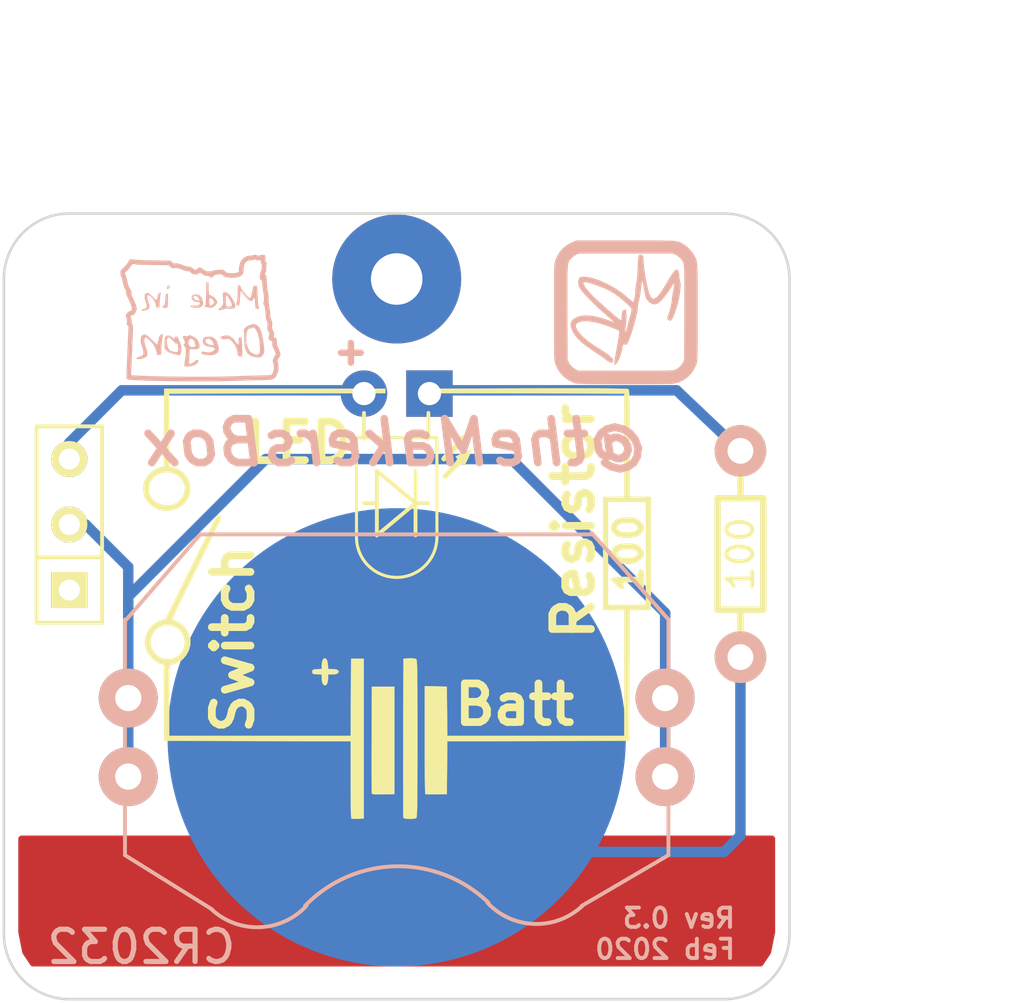
<source format=kicad_pcb>
(kicad_pcb (version 4) (host pcbnew 4.0.6)

  (general
    (links 7)
    (no_connects 0)
    (area 159.969999 72.339999 190.550001 102.920001)
    (thickness 1.6)
    (drawings 20)
    (tracks 22)
    (zones 0)
    (modules 9)
    (nets 6)
  )

  (page USLetter)
  (layers
    (0 F.Cu signal)
    (31 B.Cu signal)
    (34 B.Paste user)
    (35 F.Paste user)
    (36 B.SilkS user)
    (37 F.SilkS user)
    (38 B.Mask user)
    (39 F.Mask user)
    (40 Dwgs.User user)
    (44 Edge.Cuts user)
    (47 F.CrtYd user)
  )

  (setup
    (last_trace_width 0.1524)
    (user_trace_width 0.254)
    (user_trace_width 0.3048)
    (user_trace_width 0.4064)
    (user_trace_width 0.6096)
    (user_trace_width 2.032)
    (trace_clearance 0.1524)
    (zone_clearance 0.508)
    (zone_45_only no)
    (trace_min 0.1524)
    (segment_width 0.254)
    (edge_width 0.1)
    (via_size 0.6858)
    (via_drill 0.3302)
    (via_min_size 0.6858)
    (via_min_drill 0.3302)
    (user_via 1 0.5)
    (uvia_size 0.762)
    (uvia_drill 0.508)
    (uvias_allowed no)
    (uvia_min_size 0.508)
    (uvia_min_drill 0.127)
    (pcb_text_width 0.3)
    (pcb_text_size 1.5 1.5)
    (mod_edge_width 0.15)
    (mod_text_size 1 1)
    (mod_text_width 0.15)
    (pad_size 5 5)
    (pad_drill 2)
    (pad_to_mask_clearance 0)
    (aux_axis_origin 0 0)
    (grid_origin 210.82 95.25)
    (visible_elements 7FFCFFFF)
    (pcbplotparams
      (layerselection 0x010f0_80000001)
      (usegerberextensions true)
      (excludeedgelayer true)
      (linewidth 0.100000)
      (plotframeref false)
      (viasonmask false)
      (mode 1)
      (useauxorigin false)
      (hpglpennumber 1)
      (hpglpenspeed 20)
      (hpglpendiameter 15)
      (hpglpenoverlay 2)
      (psnegative false)
      (psa4output false)
      (plotreference true)
      (plotvalue true)
      (plotinvisibletext false)
      (padsonsilk false)
      (subtractmaskfromsilk false)
      (outputformat 1)
      (mirror false)
      (drillshape 0)
      (scaleselection 1)
      (outputdirectory gerbers/))
  )

  (net 0 "")
  (net 1 "Net-(BT1-Pad1)")
  (net 2 "Net-(D1-Pad1)")
  (net 3 "Net-(D1-Pad2)")
  (net 4 "Net-(BT1-Pad2)")
  (net 5 "Net-(SW1-Pad1)")

  (net_class Default "This is the default net class."
    (clearance 0.1524)
    (trace_width 0.1524)
    (via_dia 0.6858)
    (via_drill 0.3302)
    (uvia_dia 0.762)
    (uvia_drill 0.508)
    (add_net "Net-(BT1-Pad1)")
    (add_net "Net-(BT1-Pad2)")
    (add_net "Net-(D1-Pad1)")
    (add_net "Net-(D1-Pad2)")
    (add_net "Net-(SW1-Pad1)")
  )

  (module LEDs:LED_D3.0mm_Horizontal_O1.27mm_Z2.0mm (layer F.Cu) (tedit 5E45F7C7) (tstamp 5A813C26)
    (at 173.99 79.375)
    (descr "LED, diameter 3.0mm z-position of LED center 2.0mm, 2 pins")
    (tags "LED diameter 3.0mm z-position of LED center 2.0mm 2 pins")
    (path /593766DF)
    (fp_text reference D1 (at 1.27 -1.96) (layer F.SilkS) hide
      (effects (font (size 1 1) (thickness 0.15)))
    )
    (fp_text value LED (at 1.27 7.63) (layer F.Fab)
      (effects (font (size 1 1) (thickness 0.15)))
    )
    (fp_line (start 0.5 4.25) (end 0 4.25) (layer F.SilkS) (width 0.15))
    (fp_line (start 2 3) (end 2 5.5) (layer F.SilkS) (width 0.15))
    (fp_line (start 0.5 5.5) (end 2 4.25) (layer F.SilkS) (width 0.15))
    (fp_line (start 2 4.25) (end 0.5 3) (layer F.SilkS) (width 0.15))
    (fp_line (start 0.5 3) (end 0.5 5.5) (layer F.SilkS) (width 0.15))
    (fp_line (start 2 4.25) (end 2.5 4.25) (layer F.SilkS) (width 0.15))
    (fp_line (start 2.5 1.75) (end 2.5 0.75) (layer F.SilkS) (width 0.15))
    (fp_line (start 0 1.75) (end 0 0.75) (layer F.SilkS) (width 0.15))
    (fp_arc (start 1.27 5.57) (end -0.23 5.57) (angle -180) (layer F.Fab) (width 0.1))
    (fp_arc (start 1.27 5.57) (end -0.29 5.57) (angle -180) (layer F.SilkS) (width 0.12))
    (fp_line (start -0.23 1.77) (end -0.23 5.57) (layer F.Fab) (width 0.1))
    (fp_line (start 2.77 1.77) (end 2.77 5.57) (layer F.Fab) (width 0.1))
    (fp_line (start -0.23 1.77) (end 2.77 1.77) (layer F.Fab) (width 0.1))
    (fp_line (start 2.77 2.77) (end 2.77 1.77) (layer F.Fab) (width 0.1))
    (fp_line (start 0 1.77) (end 0 1.77) (layer F.Fab) (width 0.1))
    (fp_line (start 0 0) (end 0 0) (layer F.Fab) (width 0.1))
    (fp_line (start 2.54 1.77) (end 2.54 1.77) (layer F.Fab) (width 0.1))
    (fp_line (start 2.54 0) (end 2.54 0) (layer F.Fab) (width 0.1))
    (fp_line (start -0.29 1.71) (end -0.29 5.57) (layer F.SilkS) (width 0.12))
    (fp_line (start 2.83 1.71) (end 2.83 5.57) (layer F.SilkS) (width 0.12))
    (fp_line (start -0.29 1.71) (end 2.83 1.71) (layer F.SilkS) (width 0.12))
    (fp_line (start 2.83 2.83) (end 2.83 1.71) (layer F.SilkS) (width 0.12))
    (fp_line (start 0 1.71) (end 0 1.71) (layer F.SilkS) (width 0.12))
    (fp_line (start 2.54 1.71) (end 2.54 1.71) (layer F.SilkS) (width 0.12))
    (fp_line (start -1.25 -1.25) (end -1.25 6.9) (layer F.CrtYd) (width 0.05))
    (fp_line (start -1.25 7.4) (end 3.75 7.4) (layer F.CrtYd) (width 0.05))
    (fp_line (start 3.75 6.9) (end 3.75 -1.25) (layer F.CrtYd) (width 0.05))
    (fp_line (start 3.75 -1.25) (end -1.25 -1.25) (layer F.CrtYd) (width 0.05))
    (pad 2 thru_hole circle (at 0 0) (size 1.8 1.8) (drill 0.9) (layers *.Cu *.Mask)
      (net 3 "Net-(D1-Pad2)"))
    (pad 1 thru_hole rect (at 2.54 0) (size 1.8 1.8) (drill 0.9) (layers *.Cu *.Mask)
      (net 2 "Net-(D1-Pad1)"))
    (model ${KISYS3DMOD}/LEDs.3dshapes/LED_D3.0mm_Horizontal_O1.27mm_Z2.0mm.wrl
      (at (xyz 0 0 0))
      (scale (xyz 0.393701 0.393701 0.393701))
      (rotate (xyz 0 0 0))
    )
  )

  (module footprints:Resistor_Horz (layer F.Cu) (tedit 5AA1ED04) (tstamp 5A813C37)
    (at 188.595 85.598 270)
    (descr "Resistor, Axial,  RM 10mm, 1/3W,")
    (tags "Resistor, Axial, RM 10mm, 1/3W,")
    (path /59376ABD)
    (fp_text reference R1 (at 0 2.54 360) (layer F.SilkS) hide
      (effects (font (size 1 1) (thickness 0.15)))
    )
    (fp_text value 100 (at 0 0 270) (layer F.SilkS)
      (effects (font (size 1 1) (thickness 0.15)))
    )
    (fp_line (start 2.159 0.889) (end 2.159 -0.889) (layer F.SilkS) (width 0.254))
    (fp_line (start 2.159 -0.889) (end -2.159 -0.889) (layer F.SilkS) (width 0.254))
    (fp_line (start -2.159 0.889) (end 2.159 0.889) (layer F.SilkS) (width 0.254))
    (fp_line (start -2.159 0) (end -2.921 0) (layer F.SilkS) (width 0.254))
    (fp_line (start 2.159 0) (end 2.921 0) (layer F.SilkS) (width 0.254))
    (fp_line (start -2.159 0.889) (end -2.159 -0.889) (layer F.SilkS) (width 0.254))
    (pad 1 thru_hole circle (at -4 0 270) (size 1.99898 1.99898) (drill 1.00076) (layers *.Cu *.SilkS *.Mask)
      (net 2 "Net-(D1-Pad1)"))
    (pad 2 thru_hole circle (at 4 0 270) (size 1.99898 1.99898) (drill 1.00076) (layers *.Cu *.SilkS *.Mask)
      (net 4 "Net-(BT1-Pad2)"))
  )

  (module Pin_Headers:Pin_Header_Straight_1x01_Pitch2.54mm (layer F.Cu) (tedit 5E45F399) (tstamp 5A812002)
    (at 175.26 74.93)
    (descr "Through hole straight pin header, 1x01, 2.54mm pitch, single row")
    (tags "Through hole pin header THT 1x01 2.54mm single row")
    (fp_text reference REF** (at 0 -2.33) (layer F.SilkS) hide
      (effects (font (size 1 1) (thickness 0.15)))
    )
    (fp_text value Pin_Header_Straight_1x01_Pitch2.54mm (at 0 1) (layer F.Fab) hide
      (effects (font (size 0.127 0.127) (thickness 0.03175)))
    )
    (fp_line (start -0.635 -1.27) (end 1.27 -1.27) (layer F.Fab) (width 0.1))
    (fp_line (start 1.27 -1.27) (end 1.27 1.27) (layer F.Fab) (width 0.1))
    (fp_line (start 1.27 1.27) (end -1.27 1.27) (layer F.Fab) (width 0.1))
    (fp_line (start -1.27 1.27) (end -1.27 -0.635) (layer F.Fab) (width 0.1))
    (fp_line (start -1.27 -0.635) (end -0.635 -1.27) (layer F.Fab) (width 0.1))
    (fp_line (start -1.8 -1.8) (end -1.8 1.8) (layer F.CrtYd) (width 0.05))
    (fp_line (start -1.8 1.8) (end 1.8 1.8) (layer F.CrtYd) (width 0.05))
    (fp_line (start 1.8 1.8) (end 1.8 -1.8) (layer F.CrtYd) (width 0.05))
    (fp_line (start 1.8 -1.8) (end -1.8 -1.8) (layer F.CrtYd) (width 0.05))
    (pad 1 thru_hole circle (at 0 0) (size 5 5) (drill 2) (layers *.Cu *.Mask))
  )

  (module myFootPrints:MadeInOregonRev25 (layer F.Cu) (tedit 0) (tstamp 5A8109E1)
    (at 167.64 76.454)
    (fp_text reference VAL (at 0 0) (layer F.SilkS) hide
      (effects (font (size 1.143 1.143) (thickness 0.1778)))
    )
    (fp_text value MadeInOregonRev25 (at 0 0) (layer F.SilkS) hide
      (effects (font (size 1.143 1.143) (thickness 0.1778)))
    )
    (fp_poly (pts (xy -3.09626 -1.76022) (xy -3.09626 -1.72212) (xy -3.09372 -1.69672) (xy -3.09118 -1.67386)
      (xy -3.0861 -1.65608) (xy -3.07594 -1.63576) (xy -3.0734 -1.62814) (xy -3.0607 -1.6002)
      (xy -3.05054 -1.5748) (xy -3.04038 -1.54432) (xy -3.03022 -1.50876) (xy -3.02006 -1.46304)
      (xy -3.00736 -1.4097) (xy -3.00228 -1.39192) (xy -2.98704 -1.31826) (xy -2.96926 -1.2573)
      (xy -2.95402 -1.20396) (xy -2.9337 -1.15824) (xy -2.91338 -1.1176) (xy -2.91338 -1.74752)
      (xy -2.91338 -1.76276) (xy -2.91084 -1.77546) (xy -2.90322 -1.78816) (xy -2.89052 -1.8034)
      (xy -2.86766 -1.82118) (xy -2.8575 -1.83134) (xy -2.82956 -1.8542) (xy -2.80416 -1.8796)
      (xy -2.78638 -1.90246) (xy -2.77876 -1.91008) (xy -2.76606 -1.92786) (xy -2.74574 -1.95326)
      (xy -2.72034 -1.98374) (xy -2.69494 -2.01422) (xy -2.6924 -2.01676) (xy -2.66954 -2.0447)
      (xy -2.64922 -2.0701) (xy -2.63652 -2.08788) (xy -2.6289 -2.09804) (xy -2.6289 -2.10058)
      (xy -2.62382 -2.10566) (xy -2.60604 -2.10566) (xy -2.58064 -2.10566) (xy -2.55016 -2.10058)
      (xy -2.51968 -2.0955) (xy -2.50952 -2.09296) (xy -2.49682 -2.09042) (xy -2.48412 -2.08534)
      (xy -2.46888 -2.08534) (xy -2.4511 -2.0828) (xy -2.4257 -2.08026) (xy -2.39268 -2.07772)
      (xy -2.35458 -2.07772) (xy -2.30632 -2.07518) (xy -2.2479 -2.07518) (xy -2.17678 -2.07264)
      (xy -2.09296 -2.0701) (xy -2.03962 -2.0701) (xy -1.95326 -2.06756) (xy -1.8669 -2.06756)
      (xy -1.78054 -2.06502) (xy -1.69672 -2.06502) (xy -1.61798 -2.06248) (xy -1.54686 -2.06248)
      (xy -1.48336 -2.06248) (xy -1.4351 -2.06248) (xy -1.4224 -2.06248) (xy -1.22936 -2.06248)
      (xy -1.1684 -2.00152) (xy -1.10744 -1.9431) (xy -1.0668 -1.9431) (xy -1.03886 -1.9431)
      (xy -1.0033 -1.94564) (xy -0.97536 -1.95072) (xy -0.94234 -1.95326) (xy -0.91186 -1.95072)
      (xy -0.87884 -1.94564) (xy -0.8382 -1.93548) (xy -0.79248 -1.9177) (xy -0.7366 -1.89484)
      (xy -0.72136 -1.88976) (xy -0.67818 -1.86944) (xy -0.64516 -1.85674) (xy -0.61722 -1.84912)
      (xy -0.59182 -1.84404) (xy -0.56388 -1.83896) (xy -0.5461 -1.83642) (xy -0.50038 -1.83134)
      (xy -0.46482 -1.82626) (xy -0.43688 -1.81864) (xy -0.41656 -1.80848) (xy -0.39624 -1.79578)
      (xy -0.37592 -1.77546) (xy -0.37338 -1.77292) (xy -0.35052 -1.7526) (xy -0.32512 -1.73482)
      (xy -0.30734 -1.72212) (xy -0.30734 -1.72212) (xy -0.28702 -1.71704) (xy -0.25654 -1.71196)
      (xy -0.22098 -1.70434) (xy -0.18288 -1.7018) (xy -0.14986 -1.69672) (xy -0.12446 -1.69672)
      (xy -0.10922 -1.69926) (xy -0.09652 -1.70688) (xy -0.07366 -1.71958) (xy -0.05334 -1.73736)
      (xy -0.03048 -1.75768) (xy -0.01524 -1.7653) (xy -0.00508 -1.76784) (xy 0 -1.7653)
      (xy 0.01016 -1.75768) (xy 0.03048 -1.74498) (xy 0.05842 -1.7272) (xy 0.0889 -1.70688)
      (xy 0.09652 -1.7018) (xy 0.18288 -1.64846) (xy 0.25908 -1.64592) (xy 0.29464 -1.64338)
      (xy 0.3175 -1.64084) (xy 0.3302 -1.6383) (xy 0.34036 -1.63322) (xy 0.34544 -1.6256)
      (xy 0.34798 -1.62052) (xy 0.3683 -1.59766) (xy 0.39624 -1.58242) (xy 0.42672 -1.5748)
      (xy 0.4318 -1.5748) (xy 0.45974 -1.58242) (xy 0.48768 -1.6002) (xy 0.51562 -1.63068)
      (xy 0.52578 -1.64338) (xy 0.53848 -1.65608) (xy 0.5461 -1.66624) (xy 0.55626 -1.67386)
      (xy 0.56896 -1.68148) (xy 0.58928 -1.68402) (xy 0.61468 -1.6891) (xy 0.65278 -1.69418)
      (xy 0.70104 -1.69672) (xy 0.71628 -1.69926) (xy 0.8255 -1.70942) (xy 0.85598 -1.68148)
      (xy 0.89154 -1.64846) (xy 0.9271 -1.62306) (xy 0.95758 -1.60274) (xy 0.96774 -1.59766)
      (xy 0.9906 -1.59258) (xy 1.02362 -1.5875) (xy 1.0668 -1.58242) (xy 1.11252 -1.57734)
      (xy 1.16332 -1.57226) (xy 1.21158 -1.56972) (xy 1.2573 -1.56972) (xy 1.25984 -1.56972)
      (xy 1.3081 -1.56972) (xy 1.35128 -1.5748) (xy 1.39446 -1.57988) (xy 1.44272 -1.59004)
      (xy 1.48844 -1.6002) (xy 1.52146 -1.61036) (xy 1.54686 -1.62306) (xy 1.56972 -1.63576)
      (xy 1.59258 -1.65608) (xy 1.61798 -1.68148) (xy 1.63576 -1.7018) (xy 1.651 -1.72212)
      (xy 1.65862 -1.74498) (xy 1.66624 -1.77292) (xy 1.67386 -1.80848) (xy 1.6764 -1.85166)
      (xy 1.68148 -1.90246) (xy 1.6891 -1.9812) (xy 1.7018 -2.04978) (xy 1.72212 -2.10566)
      (xy 1.74752 -2.15138) (xy 1.75006 -2.15646) (xy 1.77546 -2.18186) (xy 1.81356 -2.2098)
      (xy 1.82626 -2.21742) (xy 1.8542 -2.23012) (xy 1.87706 -2.24028) (xy 1.89484 -2.24282)
      (xy 1.9177 -2.24282) (xy 1.92024 -2.24282) (xy 1.95834 -2.24282) (xy 2.00152 -2.25044)
      (xy 2.032 -2.25806) (xy 2.0701 -2.27076) (xy 2.09804 -2.27584) (xy 2.11582 -2.27838)
      (xy 2.13106 -2.2733) (xy 2.1463 -2.26822) (xy 2.15392 -2.26314) (xy 2.1844 -2.2479)
      (xy 2.22758 -2.24282) (xy 2.27584 -2.2479) (xy 2.29108 -2.25298) (xy 2.31394 -2.25806)
      (xy 2.33426 -2.26314) (xy 2.34188 -2.26314) (xy 2.34188 -2.25806) (xy 2.34442 -2.23774)
      (xy 2.34442 -2.21488) (xy 2.34442 -2.21234) (xy 2.34442 -2.1844) (xy 2.34696 -2.16408)
      (xy 2.35204 -2.1463) (xy 2.36474 -2.12852) (xy 2.3876 -2.0955) (xy 2.37998 -1.97612)
      (xy 2.37744 -1.9304) (xy 2.37236 -1.89738) (xy 2.36982 -1.87198) (xy 2.36474 -1.8542)
      (xy 2.35966 -1.83896) (xy 2.35204 -1.82372) (xy 2.34696 -1.8161) (xy 2.33172 -1.78562)
      (xy 2.3241 -1.75768) (xy 2.3241 -1.73736) (xy 2.32156 -1.70942) (xy 2.31902 -1.68656)
      (xy 2.31648 -1.67894) (xy 2.31394 -1.66116) (xy 2.30886 -1.63576) (xy 2.30886 -1.60274)
      (xy 2.30886 -1.59004) (xy 2.30886 -1.55702) (xy 2.30886 -1.5367) (xy 2.31394 -1.52146)
      (xy 2.32156 -1.5113) (xy 2.33172 -1.4986) (xy 2.33426 -1.49606) (xy 2.35458 -1.48082)
      (xy 2.3749 -1.4732) (xy 2.37744 -1.47066) (xy 2.3876 -1.47066) (xy 2.39268 -1.46558)
      (xy 2.39776 -1.45034) (xy 2.4003 -1.42494) (xy 2.40284 -1.39192) (xy 2.40538 -1.35382)
      (xy 2.40538 -1.33096) (xy 2.40792 -1.28778) (xy 2.413 -1.2319) (xy 2.42062 -1.16078)
      (xy 2.43332 -1.07442) (xy 2.4511 -0.97536) (xy 2.4511 -0.96774) (xy 2.45872 -0.92456)
      (xy 2.4638 -0.88392) (xy 2.46888 -0.85344) (xy 2.47142 -0.83058) (xy 2.47396 -0.82296)
      (xy 2.47396 -0.81026) (xy 2.47142 -0.7874) (xy 2.47142 -0.75692) (xy 2.46888 -0.72644)
      (xy 2.46888 -0.69342) (xy 2.46634 -0.66294) (xy 2.4638 -0.64262) (xy 2.46126 -0.635)
      (xy 2.4511 -0.6096) (xy 2.44856 -0.57912) (xy 2.4511 -0.54864) (xy 2.46126 -0.52324)
      (xy 2.4765 -0.51054) (xy 2.48412 -0.49784) (xy 2.49174 -0.47244) (xy 2.5019 -0.4318)
      (xy 2.50952 -0.37592) (xy 2.51968 -0.30734) (xy 2.5273 -0.2286) (xy 2.53238 -0.16764)
      (xy 2.53746 -0.1143) (xy 2.54254 -0.0635) (xy 2.54762 -0.02032) (xy 2.5527 0.01524)
      (xy 2.55524 0.04064) (xy 2.55778 0.05334) (xy 2.56794 0.07366) (xy 2.5781 0.1016)
      (xy 2.58826 0.127) (xy 2.59588 0.14732) (xy 2.6035 0.16256) (xy 2.60604 0.18034)
      (xy 2.60858 0.20066) (xy 2.60858 0.22606) (xy 2.60604 0.25908) (xy 2.6035 0.3048)
      (xy 2.6035 0.32512) (xy 2.60096 0.37084) (xy 2.60096 0.4064) (xy 2.60604 0.43434)
      (xy 2.61366 0.45974) (xy 2.62636 0.48768) (xy 2.64668 0.5207) (xy 2.66446 0.5588)
      (xy 2.67462 0.58674) (xy 2.6797 0.61468) (xy 2.67462 0.64262) (xy 2.66446 0.68072)
      (xy 2.65938 0.69088) (xy 2.64668 0.72898) (xy 2.63906 0.75946) (xy 2.63906 0.77978)
      (xy 2.6416 0.79756) (xy 2.64922 0.8128) (xy 2.64922 0.81534) (xy 2.66446 0.83058)
      (xy 2.68986 0.84836) (xy 2.72034 0.86614) (xy 2.75336 0.87884) (xy 2.77368 0.88646)
      (xy 2.794 0.89154) (xy 2.794 0.98044) (xy 2.794 1.07188) (xy 2.82448 1.13538)
      (xy 2.8575 1.20396) (xy 2.8829 1.26238) (xy 2.90322 1.31064) (xy 2.91592 1.3462)
      (xy 2.921 1.36652) (xy 2.92354 1.3843) (xy 2.92354 1.39954) (xy 2.91592 1.41478)
      (xy 2.90068 1.4351) (xy 2.90068 1.43764) (xy 2.87274 1.47828) (xy 2.84988 1.51638)
      (xy 2.8321 1.5621) (xy 2.82448 1.59004) (xy 2.80924 1.64338) (xy 2.8321 1.74244)
      (xy 2.84734 1.80848) (xy 2.85496 1.86182) (xy 2.86004 1.90754) (xy 2.86004 1.94818)
      (xy 2.85242 1.98628) (xy 2.84226 2.02438) (xy 2.84226 2.02438) (xy 2.82702 2.06756)
      (xy 2.81432 2.10566) (xy 2.79908 2.13868) (xy 2.78892 2.16154) (xy 2.77876 2.1717)
      (xy 2.77876 2.17424) (xy 2.7686 2.17678) (xy 2.74828 2.1844) (xy 2.74066 2.18948)
      (xy 2.7178 2.1971) (xy 2.68224 2.20472) (xy 2.63398 2.2098) (xy 2.57302 2.21234)
      (xy 2.49682 2.21488) (xy 2.40792 2.21742) (xy 2.30632 2.21742) (xy 2.29616 2.21742)
      (xy 2.24028 2.21996) (xy 2.17424 2.21996) (xy 2.10058 2.2225) (xy 2.02184 2.2225)
      (xy 1.9431 2.22504) (xy 1.86944 2.23012) (xy 1.84912 2.23012) (xy 1.6129 2.23774)
      (xy 1.38684 2.2479) (xy 1.16332 2.25298) (xy 0.9398 2.25806) (xy 0.71882 2.26314)
      (xy 0.4953 2.26568) (xy 0.26924 2.26822) (xy 0.03556 2.26822) (xy -0.2032 2.26822)
      (xy -0.45466 2.26822) (xy -0.71628 2.26568) (xy -0.84836 2.26314) (xy -1.03378 2.2606)
      (xy -1.20396 2.25806) (xy -1.36144 2.25552) (xy -1.50622 2.25298) (xy -1.64084 2.25044)
      (xy -1.7653 2.2479) (xy -1.88214 2.24536) (xy -1.98882 2.24282) (xy -2.08788 2.23774)
      (xy -2.17932 2.2352) (xy -2.26822 2.23266) (xy -2.35204 2.22758) (xy -2.39776 2.22504)
      (xy -2.46126 2.2225) (xy -2.51968 2.21742) (xy -2.57302 2.21488) (xy -2.61874 2.21234)
      (xy -2.65176 2.2098) (xy -2.67462 2.2098) (xy -2.68732 2.2098) (xy -2.68732 2.2098)
      (xy -2.68732 2.20218) (xy -2.68478 2.17932) (xy -2.68478 2.1463) (xy -2.68224 2.09804)
      (xy -2.6797 2.03962) (xy -2.67716 1.97104) (xy -2.67208 1.8923) (xy -2.66954 1.80594)
      (xy -2.66446 1.70942) (xy -2.65938 1.60782) (xy -2.65684 1.50114) (xy -2.65176 1.38684)
      (xy -2.64414 1.27) (xy -2.64414 1.25476) (xy -2.63906 1.11506) (xy -2.63398 0.98806)
      (xy -2.6289 0.87376) (xy -2.62382 0.77216) (xy -2.61874 0.68326) (xy -2.6162 0.60452)
      (xy -2.61366 0.53848) (xy -2.61112 0.47752) (xy -2.61112 0.42926) (xy -2.61112 0.38608)
      (xy -2.61112 0.35306) (xy -2.61112 0.32258) (xy -2.61112 0.29972) (xy -2.61366 0.28194)
      (xy -2.6162 0.2667) (xy -2.61874 0.25654) (xy -2.62128 0.24638) (xy -2.62636 0.23876)
      (xy -2.63144 0.23368) (xy -2.63652 0.22606) (xy -2.6416 0.21844) (xy -2.6543 0.2032)
      (xy -2.66192 0.18796) (xy -2.66446 0.17272) (xy -2.66192 0.14732) (xy -2.66192 0.13716)
      (xy -2.66192 0.1016) (xy -2.66446 0.06858) (xy -2.67462 0.02794) (xy -2.67462 0.0254)
      (xy -2.68732 -0.01778) (xy -2.69494 -0.04826) (xy -2.69748 -0.07112) (xy -2.69748 -0.08382)
      (xy -2.69494 -0.09398) (xy -2.68732 -0.09906) (xy -2.68732 -0.1016) (xy -2.66954 -0.10668)
      (xy -2.64668 -0.1143) (xy -2.63652 -0.1143) (xy -2.60858 -0.12192) (xy -2.58572 -0.13208)
      (xy -2.5654 -0.14732) (xy -2.54762 -0.17018) (xy -2.52476 -0.20574) (xy -2.50698 -0.2413)
      (xy -2.4638 -0.3302) (xy -2.47142 -0.40894) (xy -2.4765 -0.43942) (xy -2.48158 -0.46736)
      (xy -2.4892 -0.49276) (xy -2.49682 -0.5207) (xy -2.50952 -0.55626) (xy -2.52984 -0.59944)
      (xy -2.53492 -0.61214) (xy -2.55524 -0.66294) (xy -2.5781 -0.71374) (xy -2.60096 -0.76708)
      (xy -2.62128 -0.8128) (xy -2.63144 -0.83058) (xy -2.64668 -0.86868) (xy -2.65938 -0.89662)
      (xy -2.667 -0.91694) (xy -2.66954 -0.92964) (xy -2.667 -0.9398) (xy -2.667 -0.94996)
      (xy -2.65938 -0.97536) (xy -2.65938 -1.00584) (xy -2.66954 -1.03886) (xy -2.68732 -1.0795)
      (xy -2.71272 -1.12776) (xy -2.71526 -1.1303) (xy -2.73812 -1.17094) (xy -2.75844 -1.2065)
      (xy -2.77368 -1.23698) (xy -2.78384 -1.26746) (xy -2.79654 -1.30048) (xy -2.8067 -1.34112)
      (xy -2.81686 -1.38684) (xy -2.82702 -1.43256) (xy -2.84226 -1.49606) (xy -2.85496 -1.54686)
      (xy -2.86512 -1.5875) (xy -2.87528 -1.62052) (xy -2.88544 -1.64846) (xy -2.89306 -1.67132)
      (xy -2.90068 -1.68148) (xy -2.9083 -1.70942) (xy -2.91338 -1.7399) (xy -2.91338 -1.74752)
      (xy -2.91338 -1.1176) (xy -2.91084 -1.11506) (xy -2.90576 -1.09982) (xy -2.88798 -1.07188)
      (xy -2.87782 -1.04902) (xy -2.87274 -1.03632) (xy -2.87274 -1.02616) (xy -2.87782 -1.016)
      (xy -2.88036 -0.99822) (xy -2.8829 -0.98044) (xy -2.87782 -0.95758) (xy -2.8702 -0.92964)
      (xy -2.85496 -0.89408) (xy -2.83464 -0.84582) (xy -2.8194 -0.81534) (xy -2.78384 -0.73406)
      (xy -2.74828 -0.65786) (xy -2.72034 -0.58928) (xy -2.69494 -0.52832) (xy -2.67462 -0.47752)
      (xy -2.66192 -0.43688) (xy -2.6543 -0.40894) (xy -2.6543 -0.4064) (xy -2.64922 -0.37846)
      (xy -2.65176 -0.36068) (xy -2.65684 -0.34036) (xy -2.66446 -0.32766) (xy -2.67462 -0.30734)
      (xy -2.68732 -0.29464) (xy -2.70256 -0.28702) (xy -2.72542 -0.28194) (xy -2.73812 -0.2794)
      (xy -2.75336 -0.27686) (xy -2.77114 -0.2667) (xy -2.78892 -0.25146) (xy -2.81686 -0.22606)
      (xy -2.82448 -0.2159) (xy -2.84988 -0.1905) (xy -2.86766 -0.17272) (xy -2.87782 -0.16002)
      (xy -2.8829 -0.14732) (xy -2.8829 -0.13208) (xy -2.8829 -0.12192) (xy -2.88036 -0.06858)
      (xy -2.86766 -0.00762) (xy -2.85242 0.05588) (xy -2.8448 0.08382) (xy -2.84226 0.10668)
      (xy -2.84226 0.12954) (xy -2.8448 0.16002) (xy -2.84734 0.1651) (xy -2.84988 0.19812)
      (xy -2.84988 0.22606) (xy -2.84226 0.24892) (xy -2.82448 0.27686) (xy -2.8067 0.29972)
      (xy -2.78384 0.32766) (xy -2.82702 1.3081) (xy -2.8321 1.42748) (xy -2.83718 1.54432)
      (xy -2.84226 1.65608) (xy -2.84734 1.76276) (xy -2.84988 1.86182) (xy -2.85496 1.95326)
      (xy -2.8575 2.03708) (xy -2.86004 2.11074) (xy -2.86258 2.17424) (xy -2.86512 2.22758)
      (xy -2.86512 2.26822) (xy -2.86512 2.29616) (xy -2.86512 2.3114) (xy -2.86512 2.3114)
      (xy -2.85496 2.3368) (xy -2.83464 2.35966) (xy -2.81178 2.3749) (xy -2.8067 2.37744)
      (xy -2.794 2.37998) (xy -2.76606 2.38252) (xy -2.72796 2.38506) (xy -2.6797 2.39014)
      (xy -2.62128 2.39268) (xy -2.55778 2.39776) (xy -2.48412 2.4003) (xy -2.40792 2.40538)
      (xy -2.32664 2.40792) (xy -2.24536 2.413) (xy -2.16154 2.41554) (xy -2.08026 2.41808)
      (xy -1.99898 2.42062) (xy -1.92278 2.42316) (xy -1.85166 2.4257) (xy -1.80848 2.42824)
      (xy -1.74752 2.42824) (xy -1.67386 2.43078) (xy -1.59004 2.43078) (xy -1.4986 2.43332)
      (xy -1.397 2.43586) (xy -1.29032 2.43586) (xy -1.1811 2.4384) (xy -1.0668 2.4384)
      (xy -0.95504 2.44094) (xy -0.84582 2.44348) (xy -0.80264 2.44348) (xy -0.70104 2.44348)
      (xy -0.59944 2.44602) (xy -0.50038 2.44602) (xy -0.40386 2.44856) (xy -0.31496 2.44856)
      (xy -0.23114 2.44856) (xy -0.15748 2.4511) (xy -0.09398 2.4511) (xy -0.04064 2.4511)
      (xy 0 2.4511) (xy 0.02286 2.4511) (xy 0.05842 2.4511) (xy 0.10922 2.4511)
      (xy 0.17018 2.4511) (xy 0.2413 2.4511) (xy 0.3175 2.4511) (xy 0.39878 2.44856)
      (xy 0.4826 2.44856) (xy 0.56642 2.44602) (xy 0.60198 2.44602) (xy 0.75692 2.44348)
      (xy 0.90678 2.4384) (xy 1.0541 2.43586) (xy 1.1938 2.43078) (xy 1.32588 2.42824)
      (xy 1.45034 2.42316) (xy 1.56464 2.42062) (xy 1.66624 2.41808) (xy 1.7526 2.413)
      (xy 1.77038 2.413) (xy 1.82626 2.41046) (xy 1.8923 2.40792) (xy 1.96342 2.40792)
      (xy 2.03454 2.40538) (xy 2.10312 2.40538) (xy 2.12852 2.40538) (xy 2.19456 2.40538)
      (xy 2.26822 2.40284) (xy 2.3495 2.40284) (xy 2.42824 2.39776) (xy 2.50444 2.39522)
      (xy 2.54254 2.39522) (xy 2.75844 2.38252) (xy 2.82956 2.3495) (xy 2.86258 2.33172)
      (xy 2.88798 2.31902) (xy 2.90576 2.30632) (xy 2.91084 2.30124) (xy 2.92608 2.28092)
      (xy 2.94132 2.25044) (xy 2.96164 2.2098) (xy 2.97942 2.16662) (xy 2.9972 2.12344)
      (xy 3.01244 2.08534) (xy 3.02514 2.0447) (xy 3.03276 2.01168) (xy 3.03784 1.98628)
      (xy 3.04038 1.9558) (xy 3.04038 1.93548) (xy 3.0353 1.86182) (xy 3.0226 1.778)
      (xy 3.00736 1.70434) (xy 2.99974 1.66878) (xy 2.99974 1.64084) (xy 3.00736 1.61036)
      (xy 3.0226 1.57734) (xy 3.04546 1.53924) (xy 3.0607 1.52146) (xy 3.08356 1.4859)
      (xy 3.0988 1.4605) (xy 3.10642 1.4351) (xy 3.10896 1.4097) (xy 3.10642 1.37668)
      (xy 3.0988 1.33858) (xy 3.09118 1.3081) (xy 3.07848 1.26746) (xy 3.0607 1.22174)
      (xy 3.04038 1.1684) (xy 3.01498 1.1176) (xy 2.99466 1.07442) (xy 2.98704 1.05664)
      (xy 2.97942 1.0414) (xy 2.97688 1.02362) (xy 2.97434 1.0033) (xy 2.97434 0.97282)
      (xy 2.97434 0.93218) (xy 2.97434 0.9271) (xy 2.9718 0.87884) (xy 2.96926 0.8382)
      (xy 2.96418 0.81026) (xy 2.95148 0.7874) (xy 2.9337 0.76708) (xy 2.90576 0.7493)
      (xy 2.86766 0.72898) (xy 2.84734 0.71882) (xy 2.84734 0.7112) (xy 2.84988 0.69342)
      (xy 2.85496 0.66802) (xy 2.8575 0.6604) (xy 2.86258 0.61468) (xy 2.86258 0.5842)
      (xy 2.86258 0.57658) (xy 2.84988 0.5334) (xy 2.82956 0.48768) (xy 2.8067 0.44196)
      (xy 2.79908 0.42926) (xy 2.79146 0.41656) (xy 2.78638 0.40386) (xy 2.7813 0.38862)
      (xy 2.7813 0.37084) (xy 2.7813 0.34798) (xy 2.7813 0.3175) (xy 2.78638 0.27432)
      (xy 2.79146 0.22098) (xy 2.79146 0.21844) (xy 2.79146 0.19304) (xy 2.79146 0.16764)
      (xy 2.78384 0.1397) (xy 2.77622 0.11176) (xy 2.76352 0.07874) (xy 2.75336 0.04826)
      (xy 2.7432 0.0254) (xy 2.74066 0.02032) (xy 2.73558 0.00762) (xy 2.7305 -0.0127)
      (xy 2.72796 -0.04064) (xy 2.72288 -0.07874) (xy 2.7178 -0.12954) (xy 2.71272 -0.1905)
      (xy 2.7051 -0.25908) (xy 2.69748 -0.32512) (xy 2.68986 -0.38862) (xy 2.6797 -0.44958)
      (xy 2.67208 -0.50292) (xy 2.66446 -0.5461) (xy 2.6543 -0.57658) (xy 2.65176 -0.58674)
      (xy 2.65176 -0.60452) (xy 2.6543 -0.6223) (xy 2.65684 -0.6477) (xy 2.65176 -0.68326)
      (xy 2.65176 -0.68326) (xy 2.64668 -0.71628) (xy 2.64922 -0.75184) (xy 2.65176 -0.76962)
      (xy 2.6543 -0.79248) (xy 2.65684 -0.8128) (xy 2.6543 -0.83566) (xy 2.65176 -0.8636)
      (xy 2.64414 -0.90424) (xy 2.6416 -0.91948) (xy 2.62382 -1.01346) (xy 2.61112 -1.09982)
      (xy 2.60096 -1.1811) (xy 2.59334 -1.26238) (xy 2.58572 -1.35128) (xy 2.58064 -1.42748)
      (xy 2.5781 -1.49352) (xy 2.57302 -1.54432) (xy 2.57048 -1.58496) (xy 2.5654 -1.61544)
      (xy 2.56286 -1.6383) (xy 2.55524 -1.65608) (xy 2.54762 -1.66878) (xy 2.53746 -1.6764)
      (xy 2.52984 -1.68402) (xy 2.51714 -1.69418) (xy 2.51206 -1.70688) (xy 2.5146 -1.72466)
      (xy 2.52222 -1.75006) (xy 2.53238 -1.77546) (xy 2.53238 -1.77546) (xy 2.54 -1.78816)
      (xy 2.54254 -1.79832) (xy 2.54762 -1.81102) (xy 2.55016 -1.8288) (xy 2.5527 -1.85166)
      (xy 2.55524 -1.88214) (xy 2.55778 -1.92532) (xy 2.56286 -1.97866) (xy 2.56286 -2.0066)
      (xy 2.57302 -2.159) (xy 2.54762 -2.18948) (xy 2.52222 -2.21996) (xy 2.52984 -2.29616)
      (xy 2.53238 -2.34442) (xy 2.53238 -2.37998) (xy 2.52984 -2.40538) (xy 2.51968 -2.4257)
      (xy 2.50698 -2.44094) (xy 2.50444 -2.44348) (xy 2.4892 -2.45618) (xy 2.47142 -2.46126)
      (xy 2.44856 -2.4638) (xy 2.42062 -2.4638) (xy 2.38252 -2.45618) (xy 2.33172 -2.44602)
      (xy 2.32664 -2.44348) (xy 2.2352 -2.42316) (xy 2.19964 -2.44348) (xy 2.17424 -2.45618)
      (xy 2.15138 -2.4638) (xy 2.12344 -2.4638) (xy 2.09296 -2.45872) (xy 2.04978 -2.4511)
      (xy 2.0193 -2.44348) (xy 1.98374 -2.43332) (xy 1.9558 -2.4257) (xy 1.93802 -2.42316)
      (xy 1.92024 -2.4257) (xy 1.90754 -2.42824) (xy 1.88722 -2.43078) (xy 1.86944 -2.43078)
      (xy 1.84912 -2.42824) (xy 1.82372 -2.41808) (xy 1.79324 -2.40284) (xy 1.76022 -2.38506)
      (xy 1.71958 -2.3622) (xy 1.6891 -2.34442) (xy 1.66624 -2.32664) (xy 1.64846 -2.3114)
      (xy 1.63068 -2.29362) (xy 1.6129 -2.27076) (xy 1.59258 -2.2479) (xy 1.57734 -2.22504)
      (xy 1.56718 -2.20472) (xy 1.55702 -2.17932) (xy 1.54432 -2.1463) (xy 1.53162 -2.10312)
      (xy 1.52908 -2.09296) (xy 1.51638 -2.0447) (xy 1.50876 -2.00406) (xy 1.50368 -1.96596)
      (xy 1.4986 -1.92278) (xy 1.4986 -1.90754) (xy 1.49606 -1.86182) (xy 1.49352 -1.8288)
      (xy 1.4859 -1.80594) (xy 1.4732 -1.7907) (xy 1.45288 -1.778) (xy 1.4224 -1.77038)
      (xy 1.39446 -1.76276) (xy 1.3335 -1.7526) (xy 1.26238 -1.74752) (xy 1.18364 -1.75006)
      (xy 1.10998 -1.75768) (xy 1.03124 -1.7653) (xy 0.9652 -1.82372) (xy 0.9398 -1.84912)
      (xy 0.9144 -1.8669) (xy 0.89408 -1.88214) (xy 0.88392 -1.88722) (xy 0.86868 -1.88722)
      (xy 0.84328 -1.88722) (xy 0.80518 -1.88722) (xy 0.762 -1.88214) (xy 0.7112 -1.8796)
      (xy 0.6604 -1.87452) (xy 0.6096 -1.86944) (xy 0.56642 -1.86436) (xy 0.52324 -1.85674)
      (xy 0.49276 -1.85166) (xy 0.47244 -1.8415) (xy 0.45974 -1.83642) (xy 0.44958 -1.8288)
      (xy 0.43942 -1.82372) (xy 0.42418 -1.82118) (xy 0.40386 -1.82118) (xy 0.37592 -1.82118)
      (xy 0.33782 -1.82118) (xy 0.23622 -1.82372) (xy 0.13208 -1.8923) (xy 0.09398 -1.9177)
      (xy 0.06096 -1.93802) (xy 0.03302 -1.9558) (xy 0.0127 -1.96596) (xy 0.00508 -1.97104)
      (xy -0.02286 -1.97866) (xy -0.04826 -1.97358) (xy -0.07874 -1.95834) (xy -0.1143 -1.92786)
      (xy -0.11684 -1.92532) (xy -0.1397 -1.905) (xy -0.15748 -1.8923) (xy -0.17272 -1.88468)
      (xy -0.18796 -1.88214) (xy -0.19304 -1.88214) (xy -0.21082 -1.88468) (xy -0.22352 -1.88722)
      (xy -0.2413 -1.89992) (xy -0.26162 -1.9177) (xy -0.27178 -1.92786) (xy -0.30226 -1.95326)
      (xy -0.33528 -1.97358) (xy -0.37338 -1.98882) (xy -0.41656 -1.99898) (xy -0.47244 -2.00914)
      (xy -0.50038 -2.01168) (xy -0.53848 -2.01676) (xy -0.56896 -2.02438) (xy -0.59944 -2.03454)
      (xy -0.635 -2.04724) (xy -0.66548 -2.05994) (xy -0.70866 -2.07772) (xy -0.75692 -2.0955)
      (xy -0.80264 -2.11074) (xy -0.83058 -2.11836) (xy -0.86868 -2.12598) (xy -0.89662 -2.1336)
      (xy -0.91948 -2.1336) (xy -0.94234 -2.1336) (xy -0.97282 -2.13106) (xy -1.03378 -2.12344)
      (xy -1.0922 -2.17678) (xy -1.12776 -2.2098) (xy -1.1557 -2.23012) (xy -1.17348 -2.2352)
      (xy -1.18618 -2.23774) (xy -1.21412 -2.23774) (xy -1.24968 -2.24028) (xy -1.2954 -2.24028)
      (xy -1.3462 -2.24028) (xy -1.40208 -2.24028) (xy -1.40462 -2.24028) (xy -1.48844 -2.24028)
      (xy -1.57734 -2.24282) (xy -1.66878 -2.24282) (xy -1.76022 -2.24282) (xy -1.85166 -2.24536)
      (xy -1.94056 -2.2479) (xy -2.02438 -2.2479) (xy -2.10566 -2.25044) (xy -2.18186 -2.25298)
      (xy -2.25044 -2.25552) (xy -2.30886 -2.25806) (xy -2.35966 -2.2606) (xy -2.39776 -2.26314)
      (xy -2.42316 -2.26568) (xy -2.43586 -2.26822) (xy -2.45364 -2.27076) (xy -2.48666 -2.27584)
      (xy -2.52476 -2.28092) (xy -2.5654 -2.28346) (xy -2.58572 -2.286) (xy -2.63144 -2.28854)
      (xy -2.66446 -2.29108) (xy -2.68732 -2.29108) (xy -2.7051 -2.29108) (xy -2.7178 -2.28854)
      (xy -2.72796 -2.28346) (xy -2.7305 -2.28092) (xy -2.7559 -2.2606) (xy -2.77876 -2.22758)
      (xy -2.78892 -2.19202) (xy -2.79654 -2.17678) (xy -2.81178 -2.15392) (xy -2.8321 -2.13106)
      (xy -2.83718 -2.12344) (xy -2.86258 -2.09296) (xy -2.88544 -2.06502) (xy -2.90576 -2.04216)
      (xy -2.9083 -2.03708) (xy -2.92354 -2.0193) (xy -2.94894 -1.9939) (xy -2.97688 -1.96596)
      (xy -3.00482 -1.93802) (xy -3.03276 -1.91262) (xy -3.05816 -1.88976) (xy -3.07594 -1.87198)
      (xy -3.0861 -1.85928) (xy -3.0861 -1.85928) (xy -3.09118 -1.8415) (xy -3.09626 -1.81102)
      (xy -3.09626 -1.77038) (xy -3.09626 -1.76022) (xy -3.09626 -1.76022)) (layer B.SilkS) (width 0.00254))
    (fp_poly (pts (xy -0.67056 0.70358) (xy -0.67056 0.72136) (xy -0.66802 0.72644) (xy -0.66548 0.74676)
      (xy -0.65532 0.7747) (xy -0.64262 0.80772) (xy -0.63246 0.83312) (xy -0.61468 0.8763)
      (xy -0.60198 0.90932) (xy -0.59436 0.93218) (xy -0.59182 0.94996) (xy -0.5969 0.9652)
      (xy -0.60198 0.9779) (xy -0.61722 0.99568) (xy -0.63246 1.01092) (xy -0.64516 1.02362)
      (xy -0.6477 1.03632) (xy -0.64262 1.05156) (xy -0.62484 1.07188) (xy -0.6223 1.07696)
      (xy -0.59944 1.10236) (xy -0.5842 1.12522) (xy -0.57404 1.14554) (xy -0.56896 1.17348)
      (xy -0.56388 1.2065) (xy -0.56134 1.24968) (xy -0.56134 1.26238) (xy -0.56134 1.31572)
      (xy -0.56134 1.36652) (xy -0.56642 1.41986) (xy -0.5715 1.47828) (xy -0.58166 1.54686)
      (xy -0.59182 1.62306) (xy -0.59944 1.66116) (xy -0.60706 1.71704) (xy -0.61468 1.76022)
      (xy -0.61722 1.79324) (xy -0.61976 1.8161) (xy -0.61722 1.83388) (xy -0.61468 1.84658)
      (xy -0.6096 1.85674) (xy -0.6096 1.85928) (xy -0.60198 1.8669) (xy -0.59436 1.86944)
      (xy -0.58166 1.87198) (xy -0.56134 1.87452) (xy -0.53086 1.87452) (xy -0.51308 1.87452)
      (xy -0.47752 1.87452) (xy -0.45974 1.87198) (xy -0.45974 0.94234) (xy -0.45212 0.89662)
      (xy -0.43688 0.85344) (xy -0.41402 0.81788) (xy -0.40894 0.81026) (xy -0.38354 0.79502)
      (xy -0.35306 0.79248) (xy -0.32258 0.8001) (xy -0.2921 0.81788) (xy -0.26162 0.84582)
      (xy -0.23622 0.87884) (xy -0.21844 0.91948) (xy -0.21336 0.92964) (xy -0.20828 0.9525)
      (xy -0.2032 0.98044) (xy -0.19812 1.01092) (xy -0.19304 1.0414) (xy -0.1905 1.06934)
      (xy -0.18796 1.08712) (xy -0.1905 1.09728) (xy -0.20066 1.09982) (xy -0.22098 1.1049)
      (xy -0.24892 1.10998) (xy -0.2794 1.11252) (xy -0.30734 1.11506) (xy -0.3302 1.1176)
      (xy -0.34036 1.1176) (xy -0.36322 1.10998) (xy -0.38862 1.09474) (xy -0.39878 1.08458)
      (xy -0.4191 1.06172) (xy -0.43688 1.03886) (xy -0.44196 1.02616) (xy -0.4572 0.98806)
      (xy -0.45974 0.94234) (xy -0.45974 1.87198) (xy -0.4445 1.87198) (xy -0.42164 1.87198)
      (xy -0.41148 1.86944) (xy -0.37338 1.86182) (xy -0.3302 1.85166) (xy -0.28448 1.83642)
      (xy -0.24384 1.82372) (xy -0.21336 1.80848) (xy -0.20828 1.80848) (xy -0.17018 1.78562)
      (xy -0.13462 1.75768) (xy -0.10414 1.7272) (xy -0.08382 1.69926) (xy -0.07112 1.67386)
      (xy -0.07112 1.651) (xy -0.07112 1.651) (xy -0.08382 1.63068) (xy -0.10414 1.6129)
      (xy -0.12446 1.60528) (xy -0.12446 1.60528) (xy -0.1397 1.6129) (xy -0.16256 1.62814)
      (xy -0.19558 1.65608) (xy -0.20066 1.65862) (xy -0.24384 1.69672) (xy -0.28702 1.72466)
      (xy -0.3302 1.74498) (xy -0.37084 1.75768) (xy -0.40386 1.76276) (xy -0.4318 1.75514)
      (xy -0.43942 1.75006) (xy -0.44958 1.74244) (xy -0.45212 1.73482) (xy -0.45212 1.71958)
      (xy -0.44704 1.69672) (xy -0.4445 1.69418) (xy -0.44196 1.67386) (xy -0.43688 1.64338)
      (xy -0.4318 1.60274) (xy -0.42926 1.55194) (xy -0.42418 1.4859) (xy -0.4191 1.4097)
      (xy -0.41402 1.31826) (xy -0.41148 1.29286) (xy -0.4064 1.20142) (xy -0.27178 1.20142)
      (xy -0.21336 1.20142) (xy -0.17018 1.20142) (xy -0.13462 1.19888) (xy -0.10668 1.19126)
      (xy -0.08636 1.18364) (xy -0.06858 1.1684) (xy -0.0508 1.15316) (xy -0.04572 1.14808)
      (xy -0.03048 1.12776) (xy -0.0254 1.11506) (xy -0.0254 1.09474) (xy -0.02794 1.08458)
      (xy -0.04318 0.99822) (xy -0.06858 0.92202) (xy -0.1016 0.85598) (xy -0.14224 0.8001)
      (xy -0.1524 0.78994) (xy -0.18796 0.75692) (xy -0.22352 0.73406) (xy -0.26416 0.71374)
      (xy -0.29718 0.70104) (xy -0.3302 0.68834) (xy -0.36322 0.6731) (xy -0.37846 0.66548)
      (xy -0.4191 0.64262) (xy -0.44704 0.66548) (xy -0.4699 0.68326) (xy -0.49022 0.69596)
      (xy -0.51308 0.6985) (xy -0.54102 0.69596) (xy -0.57404 0.69088) (xy -0.60706 0.68326)
      (xy -0.62992 0.68326) (xy -0.64516 0.68326) (xy -0.65532 0.6858) (xy -0.66802 0.69342)
      (xy -0.67056 0.70358) (xy -0.67056 0.70358)) (layer B.SilkS) (width 0.00254))
    (fp_poly (pts (xy -2.47904 1.55448) (xy -2.47142 1.56464) (xy -2.47142 1.56718) (xy -2.45364 1.5748)
      (xy -2.4257 1.57988) (xy -2.39014 1.58242) (xy -2.3495 1.57988) (xy -2.30886 1.57734)
      (xy -2.29108 1.57226) (xy -2.24536 1.5621) (xy -2.1971 1.54686) (xy -2.15392 1.52654)
      (xy -2.11836 1.50622) (xy -2.0955 1.49098) (xy -2.08026 1.47828) (xy -2.07264 1.46558)
      (xy -2.06756 1.44526) (xy -2.06248 1.41986) (xy -2.05994 1.41224) (xy -2.0574 1.35636)
      (xy -2.06248 1.30048) (xy -2.07518 1.23698) (xy -2.09804 1.16586) (xy -2.10312 1.14808)
      (xy -2.13106 1.0668) (xy -2.15138 0.99568) (xy -2.16408 0.93218) (xy -2.16916 0.87376)
      (xy -2.16916 0.86614) (xy -2.16662 0.81788) (xy -2.159 0.77978) (xy -2.1463 0.75692)
      (xy -2.12598 0.74676) (xy -2.10058 0.75184) (xy -2.0955 0.75184) (xy -2.07772 0.76454)
      (xy -2.04978 0.78486) (xy -2.0193 0.81026) (xy -1.98628 0.8382) (xy -1.95326 0.86868)
      (xy -1.92278 0.89662) (xy -1.91516 0.90678) (xy -1.8415 0.99314) (xy -1.78308 1.08458)
      (xy -1.73736 1.17602) (xy -1.70688 1.27) (xy -1.69672 1.3335) (xy -1.69164 1.36398)
      (xy -1.68402 1.39192) (xy -1.6764 1.4097) (xy -1.6764 1.4097) (xy -1.66878 1.41986)
      (xy -1.66116 1.4224) (xy -1.64592 1.42494) (xy -1.62306 1.4224) (xy -1.59258 1.41732)
      (xy -1.55702 1.41224) (xy -1.51892 1.40462) (xy -1.51384 1.32334) (xy -1.5113 1.28016)
      (xy -1.5113 1.22936) (xy -1.50876 1.1811) (xy -1.50876 1.16078) (xy -1.50876 1.11252)
      (xy -1.50622 1.06426) (xy -1.50114 1.016) (xy -1.49606 0.96266) (xy -1.4859 0.89916)
      (xy -1.47574 0.82804) (xy -1.46812 0.78232) (xy -1.4605 0.7366) (xy -1.45542 0.69596)
      (xy -1.45034 0.6604) (xy -1.4478 0.63754) (xy -1.4478 0.62484) (xy -1.4478 0.6223)
      (xy -1.45796 0.61468) (xy -1.47574 0.61214) (xy -1.50114 0.61722) (xy -1.52654 0.62992)
      (xy -1.54686 0.64516) (xy -1.56464 0.66548) (xy -1.57988 0.69342) (xy -1.59512 0.73152)
      (xy -1.61036 0.77978) (xy -1.62306 0.84328) (xy -1.6256 0.84836) (xy -1.6383 0.9017)
      (xy -1.64592 0.94488) (xy -1.65608 0.97536) (xy -1.66116 0.99568) (xy -1.66624 1.00838)
      (xy -1.67132 1.01346) (xy -1.6764 1.016) (xy -1.6764 1.016) (xy -1.68402 1.01092)
      (xy -1.7018 0.99568) (xy -1.7272 0.97536) (xy -1.75768 0.94742) (xy -1.79324 0.9144)
      (xy -1.83134 0.8763) (xy -1.83388 0.87376) (xy -1.89992 0.81026) (xy -1.9558 0.75946)
      (xy -2.00152 0.71628) (xy -2.04216 0.68326) (xy -2.07772 0.65786) (xy -2.10566 0.64008)
      (xy -2.13106 0.62992) (xy -2.15392 0.62484) (xy -2.17678 0.62738) (xy -2.19964 0.63246)
      (xy -2.2225 0.64516) (xy -2.24282 0.65786) (xy -2.26822 0.67564) (xy -2.286 0.69342)
      (xy -2.29616 0.71882) (xy -2.30378 0.7493) (xy -2.30632 0.78994) (xy -2.30886 0.83566)
      (xy -2.30632 0.90424) (xy -2.30124 0.96266) (xy -2.28854 1.01346) (xy -2.27076 1.0668)
      (xy -2.26314 1.08712) (xy -2.24028 1.14808) (xy -2.2225 1.20904) (xy -2.21234 1.26746)
      (xy -2.20472 1.3208) (xy -2.20726 1.36906) (xy -2.21234 1.39954) (xy -2.21996 1.41732)
      (xy -2.23266 1.43256) (xy -2.25298 1.4478) (xy -2.28092 1.4605) (xy -2.31902 1.47574)
      (xy -2.3622 1.49098) (xy -2.39776 1.50368) (xy -2.42824 1.51638) (xy -2.45364 1.52908)
      (xy -2.4638 1.5367) (xy -2.4765 1.54686) (xy -2.47904 1.55448) (xy -2.47904 1.55448)) (layer B.SilkS) (width 0.00254))
    (fp_poly (pts (xy 1.69672 0.45974) (xy 1.69672 0.49784) (xy 1.69672 0.54356) (xy 1.69926 0.59944)
      (xy 1.7018 0.65786) (xy 1.7018 0.72136) (xy 1.70434 0.78486) (xy 1.70688 0.84836)
      (xy 1.70942 0.90678) (xy 1.71196 0.96012) (xy 1.7145 1.0033) (xy 1.71704 1.03886)
      (xy 1.71958 1.05664) (xy 1.7272 1.11252) (xy 1.74244 1.16332) (xy 1.7526 1.19634)
      (xy 1.76784 1.22936) (xy 1.78054 1.26238) (xy 1.78562 1.27762) (xy 1.78562 0.90424)
      (xy 1.78562 0.86614) (xy 1.78816 0.81788) (xy 1.78816 0.77978) (xy 1.7907 0.70358)
      (xy 1.79578 0.63754) (xy 1.80086 0.5842) (xy 1.80848 0.54102) (xy 1.8161 0.50292)
      (xy 1.8288 0.47244) (xy 1.83642 0.4572) (xy 1.85674 0.42418) (xy 1.8796 0.40386)
      (xy 1.91262 0.39116) (xy 1.95326 0.38862) (xy 1.95326 0.38862) (xy 1.9812 0.38862)
      (xy 1.99898 0.38354) (xy 2.01168 0.37592) (xy 2.01676 0.37084) (xy 2.03708 0.35306)
      (xy 2.05994 0.35052) (xy 2.0828 0.36068) (xy 2.11074 0.38354) (xy 2.11836 0.39116)
      (xy 2.15646 0.43942) (xy 2.19202 0.50038) (xy 2.2225 0.57404) (xy 2.25044 0.65532)
      (xy 2.2733 0.74676) (xy 2.286 0.80772) (xy 2.29362 0.86614) (xy 2.30124 0.92964)
      (xy 2.30632 0.99568) (xy 2.3114 1.06172) (xy 2.31394 1.12522) (xy 2.31648 1.18364)
      (xy 2.31648 1.23698) (xy 2.31394 1.28016) (xy 2.30886 1.31064) (xy 2.30886 1.31572)
      (xy 2.29362 1.34874) (xy 2.26822 1.37922) (xy 2.24028 1.39954) (xy 2.22758 1.40208)
      (xy 2.20726 1.40716) (xy 2.19202 1.4097) (xy 2.17424 1.4097) (xy 2.15138 1.40716)
      (xy 2.14376 1.40462) (xy 2.09296 1.38938) (xy 2.03962 1.36398) (xy 1.98882 1.3335)
      (xy 1.94564 1.29794) (xy 1.91008 1.25984) (xy 1.90246 1.24968) (xy 1.88976 1.22682)
      (xy 1.87452 1.1938) (xy 1.85674 1.15316) (xy 1.83896 1.10998) (xy 1.82118 1.0668)
      (xy 1.80594 1.02616) (xy 1.79578 0.99568) (xy 1.79578 0.99314) (xy 1.79324 0.97536)
      (xy 1.78816 0.95504) (xy 1.78816 0.93218) (xy 1.78562 0.90424) (xy 1.78562 1.27762)
      (xy 1.7907 1.29286) (xy 1.79324 1.29794) (xy 1.81356 1.33096) (xy 1.84404 1.36906)
      (xy 1.88468 1.40462) (xy 1.93294 1.44018) (xy 1.94818 1.4478) (xy 1.9685 1.4605)
      (xy 1.98882 1.47066) (xy 2.00914 1.47828) (xy 2.032 1.4859) (xy 2.06248 1.49098)
      (xy 2.10058 1.4986) (xy 2.15138 1.50876) (xy 2.159 1.50876) (xy 2.20726 1.51638)
      (xy 2.24028 1.52146) (xy 2.26822 1.524) (xy 2.28854 1.52146) (xy 2.30632 1.51892)
      (xy 2.3241 1.5113) (xy 2.32918 1.50876) (xy 2.3622 1.48844) (xy 2.39776 1.4605)
      (xy 2.42824 1.42748) (xy 2.4511 1.39446) (xy 2.45364 1.38938) (xy 2.46634 1.36398)
      (xy 2.47396 1.33604) (xy 2.47904 1.3081) (xy 2.48158 1.27254) (xy 2.48158 1.2319)
      (xy 2.47904 1.18364) (xy 2.47396 1.12522) (xy 2.46634 1.05664) (xy 2.45618 0.97536)
      (xy 2.44856 0.92964) (xy 2.43332 0.81788) (xy 2.413 0.71882) (xy 2.39522 0.62992)
      (xy 2.3749 0.55626) (xy 2.35458 0.49022) (xy 2.32918 0.43434) (xy 2.30378 0.38354)
      (xy 2.27584 0.3429) (xy 2.25044 0.31242) (xy 2.20472 0.27178) (xy 2.15392 0.24384)
      (xy 2.09804 0.2286) (xy 2.0447 0.22352) (xy 2.01676 0.22606) (xy 1.99898 0.23114)
      (xy 1.9812 0.2413) (xy 1.9812 0.24384) (xy 1.9558 0.25908) (xy 1.92024 0.2667)
      (xy 1.91262 0.26924) (xy 1.87706 0.27432) (xy 1.84404 0.28956) (xy 1.81102 0.31242)
      (xy 1.77292 0.34544) (xy 1.75006 0.3683) (xy 1.72466 0.3937) (xy 1.70942 0.41148)
      (xy 1.7018 0.42672) (xy 1.69672 0.43942) (xy 1.69672 0.45466) (xy 1.69672 0.45974)
      (xy 1.69672 0.45974)) (layer B.SilkS) (width 0.00254))
    (fp_poly (pts (xy 0.77978 0.74168) (xy 0.7874 0.75946) (xy 0.8001 0.7747) (xy 0.83566 0.80264)
      (xy 0.87376 0.81788) (xy 0.91948 0.82042) (xy 0.97028 0.81026) (xy 0.98298 0.80772)
      (xy 1.0287 0.79502) (xy 1.07188 0.79248) (xy 1.10998 0.80264) (xy 1.15062 0.8255)
      (xy 1.1938 0.86106) (xy 1.22428 0.889) (xy 1.28778 0.96266) (xy 1.33858 1.03378)
      (xy 1.37922 1.10998) (xy 1.4097 1.18872) (xy 1.43256 1.27762) (xy 1.44526 1.34366)
      (xy 1.45288 1.39446) (xy 1.4605 1.43002) (xy 1.46812 1.45542) (xy 1.47574 1.46812)
      (xy 1.48336 1.4732) (xy 1.49352 1.47574) (xy 1.51638 1.47828) (xy 1.54686 1.48336)
      (xy 1.56464 1.48336) (xy 1.6383 1.48844) (xy 1.63322 1.45034) (xy 1.63068 1.4351)
      (xy 1.63068 1.40462) (xy 1.62814 1.36398) (xy 1.6256 1.31572) (xy 1.6256 1.2573)
      (xy 1.62306 1.19634) (xy 1.62052 1.1303) (xy 1.62052 1.10998) (xy 1.62052 1.04394)
      (xy 1.61798 0.98044) (xy 1.61544 0.92456) (xy 1.6129 0.87376) (xy 1.61036 0.83312)
      (xy 1.61036 0.80264) (xy 1.60782 0.78486) (xy 1.60782 0.78232) (xy 1.59512 0.7493)
      (xy 1.57734 0.73152) (xy 1.55702 0.72644) (xy 1.5367 0.73406) (xy 1.52146 0.74422)
      (xy 1.50114 0.76962) (xy 1.49098 0.79502) (xy 1.48844 0.82296) (xy 1.49098 0.84582)
      (xy 1.49098 0.87122) (xy 1.49098 0.9017) (xy 1.48844 0.93218) (xy 1.4859 0.9652)
      (xy 1.48082 0.9906) (xy 1.47574 1.00838) (xy 1.47066 1.016) (xy 1.45796 1.01092)
      (xy 1.44018 0.99568) (xy 1.41986 0.97536) (xy 1.39446 0.94996) (xy 1.37414 0.92456)
      (xy 1.35382 0.89916) (xy 1.34112 0.88138) (xy 1.34112 0.87884) (xy 1.31826 0.84074)
      (xy 1.28778 0.80264) (xy 1.24714 0.76454) (xy 1.20142 0.72898) (xy 1.1557 0.6985)
      (xy 1.11252 0.67818) (xy 1.1049 0.67564) (xy 1.06426 0.66802) (xy 1.016 0.66548)
      (xy 0.96012 0.67056) (xy 0.9017 0.68072) (xy 0.87884 0.68834) (xy 0.83312 0.70104)
      (xy 0.80264 0.71374) (xy 0.78486 0.72644) (xy 0.77978 0.74168) (xy 0.77978 0.74168)) (layer B.SilkS) (width 0.00254))
    (fp_poly (pts (xy 0.0381 1.34112) (xy 0.0381 1.35636) (xy 0.04572 1.36652) (xy 0.0635 1.37922)
      (xy 0.06604 1.38176) (xy 0.1016 1.39446) (xy 0.14732 1.40716) (xy 0.20066 1.41732)
      (xy 0.25908 1.42494) (xy 0.32004 1.43002) (xy 0.381 1.43256) (xy 0.43688 1.43002)
      (xy 0.4826 1.42494) (xy 0.49784 1.4224) (xy 0.55626 1.40462) (xy 0.6096 1.37922)
      (xy 0.65532 1.34874) (xy 0.68834 1.31572) (xy 0.70358 1.29032) (xy 0.7112 1.26746)
      (xy 0.71374 1.23444) (xy 0.71628 1.20142) (xy 0.71882 1.16332) (xy 0.71628 1.12522)
      (xy 0.71374 1.0922) (xy 0.70866 1.0668) (xy 0.70104 1.04902) (xy 0.69342 1.04648)
      (xy 0.68834 1.03886) (xy 0.68072 1.02362) (xy 0.67564 1.00076) (xy 0.6731 0.98044)
      (xy 0.6731 0.97028) (xy 0.66802 0.94996) (xy 0.65786 0.91948) (xy 0.64008 0.889)
      (xy 0.6223 0.85598) (xy 0.60198 0.83058) (xy 0.59944 0.83058) (xy 0.57658 0.80772)
      (xy 0.5461 0.78232) (xy 0.508 0.75692) (xy 0.47244 0.73406) (xy 0.43942 0.71882)
      (xy 0.42672 0.71374) (xy 0.4064 0.7112) (xy 0.37846 0.7112) (xy 0.3429 0.7112)
      (xy 0.32004 0.71374) (xy 0.2667 0.71628) (xy 0.22606 0.72136) (xy 0.19558 0.72644)
      (xy 0.17272 0.7366) (xy 0.15494 0.74676) (xy 0.14732 0.75438) (xy 0.11938 0.78486)
      (xy 0.10414 0.82042) (xy 0.09906 0.8636) (xy 0.09906 0.88392) (xy 0.10668 0.94488)
      (xy 0.127 0.99314) (xy 0.15748 1.03124) (xy 0.19558 1.06172) (xy 0.19558 0.85598)
      (xy 0.20828 0.83312) (xy 0.23114 0.8128) (xy 0.26162 0.8001) (xy 0.29718 0.79248)
      (xy 0.33782 0.79502) (xy 0.35306 0.8001) (xy 0.38608 0.81534) (xy 0.4191 0.84328)
      (xy 0.45212 0.87884) (xy 0.4826 0.92202) (xy 0.50546 0.96774) (xy 0.508 0.9779)
      (xy 0.51562 1.0033) (xy 0.51816 1.02108) (xy 0.51308 1.03378) (xy 0.50038 1.0414)
      (xy 0.47498 1.0414) (xy 0.43942 1.03632) (xy 0.39116 1.02616) (xy 0.3683 1.02362)
      (xy 0.33528 1.01346) (xy 0.3048 1.0033) (xy 0.28194 0.99568) (xy 0.27432 0.9906)
      (xy 0.254 0.97282) (xy 0.23368 0.94742) (xy 0.21336 0.91948) (xy 0.20066 0.89408)
      (xy 0.19812 0.88392) (xy 0.19558 0.85598) (xy 0.19558 1.06172) (xy 0.19812 1.06172)
      (xy 0.2286 1.07442) (xy 0.24892 1.08204) (xy 0.26924 1.08966) (xy 0.28956 1.09474)
      (xy 0.3175 1.09982) (xy 0.35306 1.10744) (xy 0.39878 1.11506) (xy 0.41656 1.1176)
      (xy 0.4699 1.12776) (xy 0.51054 1.13792) (xy 0.53848 1.15316) (xy 0.55372 1.1684)
      (xy 0.55626 1.18872) (xy 0.54864 1.21158) (xy 0.54864 1.21412) (xy 0.52578 1.2446)
      (xy 0.49022 1.27254) (xy 0.4445 1.29794) (xy 0.39624 1.31318) (xy 0.34036 1.3208)
      (xy 0.27686 1.3208) (xy 0.2032 1.31064) (xy 0.18796 1.3081) (xy 0.14986 1.30048)
      (xy 0.12446 1.2954) (xy 0.10668 1.2954) (xy 0.09398 1.2954) (xy 0.08128 1.29794)
      (xy 0.06858 1.30556) (xy 0.0508 1.31572) (xy 0.04064 1.33096) (xy 0.0381 1.34112)
      (xy 0.0381 1.34112)) (layer B.SilkS) (width 0.00254))
    (fp_poly (pts (xy -1.38938 0.9398) (xy -1.38684 0.9906) (xy -1.38684 1.03886) (xy -1.3843 1.08458)
      (xy -1.38176 1.12522) (xy -1.37668 1.1557) (xy -1.37414 1.1684) (xy -1.36144 1.19634)
      (xy -1.33096 1.2319) (xy -1.31826 1.2446) (xy -1.29794 1.26238) (xy -1.29794 0.9017)
      (xy -1.29794 0.85598) (xy -1.2954 0.82042) (xy -1.29286 0.81788) (xy -1.28016 0.78994)
      (xy -1.26238 0.76708) (xy -1.23952 0.75184) (xy -1.22174 0.74676) (xy -1.2065 0.75184)
      (xy -1.18618 0.762) (xy -1.16078 0.77978) (xy -1.16078 0.77978) (xy -1.13792 0.8001)
      (xy -1.10998 0.82296) (xy -1.08204 0.8509) (xy -1.05156 0.87884) (xy -1.02616 0.90678)
      (xy -1.00584 0.92964) (xy -0.9906 0.94996) (xy -0.98552 0.96012) (xy -0.98298 0.97028)
      (xy -0.96774 0.9779) (xy -0.94234 0.98044) (xy -0.92456 0.98044) (xy -0.88646 0.98298)
      (xy -0.8763 1.016) (xy -0.87122 1.03632) (xy -0.86614 1.06934) (xy -0.86106 1.1049)
      (xy -0.85852 1.12268) (xy -0.85598 1.17348) (xy -0.85598 1.2192) (xy -0.86106 1.25476)
      (xy -0.86868 1.2827) (xy -0.87884 1.29286) (xy -0.9017 1.30556) (xy -0.93218 1.31064)
      (xy -0.97536 1.3081) (xy -1.02616 1.29794) (xy -1.06934 1.28778) (xy -1.12522 1.26746)
      (xy -1.1684 1.24714) (xy -1.20396 1.2192) (xy -1.22936 1.18618) (xy -1.25222 1.14554)
      (xy -1.26492 1.10744) (xy -1.27762 1.05918) (xy -1.28778 1.00584) (xy -1.2954 0.9525)
      (xy -1.29794 0.9017) (xy -1.29794 1.26238) (xy -1.27508 1.2827) (xy -1.22174 1.31572)
      (xy -1.15824 1.3462) (xy -1.08458 1.3716) (xy -0.99822 1.397) (xy -0.9271 1.41224)
      (xy -0.889 1.41986) (xy -0.85598 1.42748) (xy -0.83058 1.43256) (xy -0.81534 1.4351)
      (xy -0.8128 1.4351) (xy -0.80264 1.42748) (xy -0.78994 1.41478) (xy -0.77724 1.39954)
      (xy -0.75692 1.36906) (xy -0.74422 1.3335) (xy -0.7366 1.29286) (xy -0.73152 1.24206)
      (xy -0.73152 1.22174) (xy -0.7366 1.14046) (xy -0.74676 1.06426) (xy -0.76454 0.9906)
      (xy -0.79248 0.9144) (xy -0.8255 0.84074) (xy -0.84074 0.80772) (xy -0.85598 0.77724)
      (xy -0.86614 0.75438) (xy -0.87122 0.74168) (xy -0.88138 0.7239) (xy -0.90424 0.7112)
      (xy -0.92964 0.70612) (xy -0.9525 0.7112) (xy -0.97282 0.72136) (xy -0.97282 0.72136)
      (xy -0.98044 0.7366) (xy -0.98552 0.75692) (xy -0.98552 0.75946) (xy -0.9906 0.77978)
      (xy -1.0033 0.78994) (xy -1.01854 0.78486) (xy -1.04394 0.76962) (xy -1.04648 0.76708)
      (xy -1.1049 0.7239) (xy -1.1557 0.69342) (xy -1.20142 0.6731) (xy -1.24206 0.66548)
      (xy -1.27762 0.66802) (xy -1.31318 0.68326) (xy -1.32334 0.68834) (xy -1.3462 0.70866)
      (xy -1.36144 0.7366) (xy -1.37414 0.77216) (xy -1.38176 0.82042) (xy -1.38684 0.85344)
      (xy -1.38684 0.89408) (xy -1.38938 0.9398) (xy -1.38938 0.9398)) (layer B.SilkS) (width 0.00254))
    (fp_poly (pts (xy -2.27076 -0.31496) (xy -2.26568 -0.30734) (xy -2.2606 -0.30226) (xy -2.24028 -0.29972)
      (xy -2.21234 -0.29972) (xy -2.17678 -0.30226) (xy -2.14122 -0.3048) (xy -2.1209 -0.30988)
      (xy -2.08026 -0.32258) (xy -2.04216 -0.34036) (xy -2.00914 -0.35814) (xy -1.99136 -0.37338)
      (xy -1.98374 -0.38354) (xy -1.97866 -0.39624) (xy -1.97612 -0.41656) (xy -1.97612 -0.44704)
      (xy -1.97612 -0.4572) (xy -1.97866 -0.49784) (xy -1.9812 -0.52832) (xy -1.98882 -0.5588)
      (xy -1.99898 -0.58166) (xy -2.0193 -0.6477) (xy -2.03708 -0.70866) (xy -2.04724 -0.762)
      (xy -2.05486 -0.81026) (xy -2.05232 -0.8509) (xy -2.04724 -0.87884) (xy -2.03454 -0.89662)
      (xy -2.02946 -0.89916) (xy -2.01422 -0.89916) (xy -1.9939 -0.89154) (xy -1.9685 -0.87376)
      (xy -1.93548 -0.84582) (xy -1.90754 -0.82042) (xy -1.83896 -0.7493) (xy -1.78816 -0.67564)
      (xy -1.74752 -0.60452) (xy -1.72212 -0.52832) (xy -1.7145 -0.48768) (xy -1.70688 -0.45212)
      (xy -1.7018 -0.42926) (xy -1.69164 -0.41656) (xy -1.6764 -0.41148) (xy -1.651 -0.41402)
      (xy -1.6256 -0.4191) (xy -1.58496 -0.42672) (xy -1.58242 -0.508) (xy -1.57734 -0.65024)
      (xy -1.55956 -0.80264) (xy -1.5494 -0.86868) (xy -1.54432 -0.90678) (xy -1.53924 -0.94234)
      (xy -1.53416 -0.96774) (xy -1.53162 -0.98298) (xy -1.53162 -0.98552) (xy -1.5367 -0.99314)
      (xy -1.55194 -0.99314) (xy -1.5748 -0.9906) (xy -1.59258 -0.98298) (xy -1.60528 -0.97282)
      (xy -1.61544 -0.96266) (xy -1.6256 -0.94488) (xy -1.63576 -0.91948) (xy -1.64592 -0.88392)
      (xy -1.65862 -0.83566) (xy -1.66116 -0.82042) (xy -1.67132 -0.78232) (xy -1.67894 -0.7493)
      (xy -1.68656 -0.7239) (xy -1.69418 -0.7112) (xy -1.69418 -0.70866) (xy -1.7018 -0.7112)
      (xy -1.71958 -0.7239) (xy -1.75006 -0.7493) (xy -1.78816 -0.78232) (xy -1.8161 -0.81026)
      (xy -1.87198 -0.8636) (xy -1.9177 -0.90424) (xy -1.95326 -0.93726) (xy -1.98374 -0.96012)
      (xy -2.00914 -0.97536) (xy -2.02692 -0.98298) (xy -2.04216 -0.98552) (xy -2.07518 -0.98044)
      (xy -2.1082 -0.96266) (xy -2.1336 -0.9398) (xy -2.14122 -0.92964) (xy -2.1463 -0.91948)
      (xy -2.15138 -0.90678) (xy -2.15138 -0.889) (xy -2.15138 -0.8636) (xy -2.15138 -0.8255)
      (xy -2.14884 -0.81788) (xy -2.14884 -0.77724) (xy -2.1463 -0.74676) (xy -2.14122 -0.72136)
      (xy -2.13614 -0.6985) (xy -2.12598 -0.6731) (xy -2.1209 -0.65278) (xy -2.09804 -0.59436)
      (xy -2.08534 -0.53848) (xy -2.07772 -0.49022) (xy -2.07772 -0.44958) (xy -2.08534 -0.42418)
      (xy -2.10058 -0.40386) (xy -2.13106 -0.38354) (xy -2.17678 -0.3683) (xy -2.21488 -0.3556)
      (xy -2.24536 -0.34036) (xy -2.26314 -0.32766) (xy -2.27076 -0.31496) (xy -2.27076 -0.31496)) (layer B.SilkS) (width 0.00254))
    (fp_poly (pts (xy 0.6985 -0.33528) (xy 0.6985 -0.32766) (xy 0.70866 -0.32258) (xy 0.73152 -0.32258)
      (xy 0.762 -0.32258) (xy 0.8001 -0.32512) (xy 0.84074 -0.33274) (xy 0.8509 -0.33274)
      (xy 0.89408 -0.3429) (xy 0.93726 -0.35814) (xy 0.96266 -0.3683) (xy 0.98806 -0.37846)
      (xy 0.9906 -0.381) (xy 0.9906 -0.77724) (xy 0.9906 -0.81534) (xy 0.9906 -0.84328)
      (xy 0.99314 -0.86106) (xy 0.99568 -0.87376) (xy 0.99822 -0.88138) (xy 1.0033 -0.88646)
      (xy 1.01092 -0.89408) (xy 1.01854 -0.89408) (xy 1.0287 -0.88392) (xy 1.04394 -0.86868)
      (xy 1.06426 -0.84328) (xy 1.08458 -0.8128) (xy 1.10236 -0.78486) (xy 1.1176 -0.75692)
      (xy 1.13792 -0.71882) (xy 1.15824 -0.68326) (xy 1.1684 -0.66548) (xy 1.1938 -0.6223)
      (xy 1.20904 -0.58928) (xy 1.2192 -0.56134) (xy 1.22428 -0.53594) (xy 1.22428 -0.51054)
      (xy 1.22428 -0.508) (xy 1.22174 -0.48768) (xy 1.21412 -0.47498) (xy 1.19888 -0.46482)
      (xy 1.17602 -0.45974) (xy 1.143 -0.4572) (xy 1.1049 -0.45466) (xy 1.0668 -0.4572)
      (xy 1.03886 -0.4572) (xy 1.02362 -0.46228) (xy 1.016 -0.46736) (xy 1.00838 -0.48514)
      (xy 1.0033 -0.51562) (xy 0.99822 -0.56388) (xy 0.99314 -0.62484) (xy 0.9906 -0.70104)
      (xy 0.9906 -0.72644) (xy 0.9906 -0.77724) (xy 0.9906 -0.381) (xy 1.00584 -0.38608)
      (xy 1.01854 -0.38608) (xy 1.0287 -0.38354) (xy 1.05664 -0.37338) (xy 1.08712 -0.37084)
      (xy 1.12776 -0.3683) (xy 1.17602 -0.37084) (xy 1.19888 -0.37338) (xy 1.25222 -0.37846)
      (xy 1.29032 -0.38354) (xy 1.31572 -0.39116) (xy 1.33604 -0.40386) (xy 1.3462 -0.4191)
      (xy 1.35128 -0.43942) (xy 1.35128 -0.4699) (xy 1.35128 -0.48006) (xy 1.35128 -0.51562)
      (xy 1.3462 -0.54864) (xy 1.33604 -0.58166) (xy 1.3208 -0.61722) (xy 1.30048 -0.6604)
      (xy 1.27254 -0.70866) (xy 1.24968 -0.74422) (xy 1.22936 -0.77724) (xy 1.20904 -0.81026)
      (xy 1.19126 -0.84074) (xy 1.18618 -0.84582) (xy 1.16078 -0.88646) (xy 1.12268 -0.92456)
      (xy 1.08204 -0.96012) (xy 1.04394 -0.98806) (xy 1.03124 -0.99568) (xy 0.98806 -1.01092)
      (xy 0.9525 -1.016) (xy 0.91948 -1.00838) (xy 0.89662 -0.98806) (xy 0.88138 -0.96012)
      (xy 0.87884 -0.94742) (xy 0.8763 -0.92964) (xy 0.8763 -0.9017) (xy 0.87884 -0.8636)
      (xy 0.88138 -0.81788) (xy 0.88392 -0.76708) (xy 0.88392 -0.75184) (xy 0.88646 -0.68834)
      (xy 0.889 -0.63754) (xy 0.889 -0.59944) (xy 0.889 -0.56896) (xy 0.88392 -0.5461)
      (xy 0.87884 -0.53086) (xy 0.87122 -0.5207) (xy 0.8636 -0.51054) (xy 0.84836 -0.49276)
      (xy 0.83566 -0.4699) (xy 0.83566 -0.4699) (xy 0.8255 -0.44704) (xy 0.80518 -0.42418)
      (xy 0.77978 -0.40386) (xy 0.75438 -0.39116) (xy 0.74422 -0.38862) (xy 0.73152 -0.381)
      (xy 0.71628 -0.36576) (xy 0.70612 -0.34798) (xy 0.6985 -0.33528) (xy 0.6985 -0.33528)) (layer B.SilkS) (width 0.00254))
    (fp_poly (pts (xy 1.39954 -0.5207) (xy 1.40208 -0.508) (xy 1.40208 -0.50546) (xy 1.41224 -0.50292)
      (xy 1.4351 -0.50038) (xy 1.4605 -0.4953) (xy 1.46304 -0.4953) (xy 1.51384 -0.49022)
      (xy 1.51892 -0.53848) (xy 1.52146 -0.5588) (xy 1.524 -0.59182) (xy 1.52654 -0.635)
      (xy 1.53162 -0.68326) (xy 1.53416 -0.73914) (xy 1.53924 -0.79502) (xy 1.54432 -0.86614)
      (xy 1.5494 -0.92456) (xy 1.55448 -0.97028) (xy 1.55956 -1.00584) (xy 1.5621 -1.03124)
      (xy 1.56718 -1.04648) (xy 1.57226 -1.0541) (xy 1.57734 -1.05664) (xy 1.57988 -1.05664)
      (xy 1.5875 -1.04902) (xy 1.6002 -1.03378) (xy 1.62052 -1.00838) (xy 1.64592 -0.97536)
      (xy 1.67386 -0.9398) (xy 1.67894 -0.93472) (xy 1.7272 -0.87122) (xy 1.77038 -0.81788)
      (xy 1.80594 -0.77724) (xy 1.83896 -0.74422) (xy 1.86436 -0.72136) (xy 1.88976 -0.70612)
      (xy 1.905 -0.6985) (xy 1.92786 -0.68834) (xy 1.94564 -0.68072) (xy 1.95072 -0.67564)
      (xy 1.96596 -0.66802) (xy 1.98628 -0.66548) (xy 2.0066 -0.6731) (xy 2.01422 -0.67818)
      (xy 2.02438 -0.69088) (xy 2.03708 -0.7112) (xy 2.05486 -0.7366) (xy 2.05486 -0.7366)
      (xy 2.07518 -0.76708) (xy 2.09042 -0.78232) (xy 2.09804 -0.78486) (xy 2.10312 -0.78486)
      (xy 2.1082 -0.77978) (xy 2.11074 -0.77216) (xy 2.11328 -0.75946) (xy 2.11582 -0.73914)
      (xy 2.1209 -0.70866) (xy 2.12344 -0.66802) (xy 2.12598 -0.61722) (xy 2.12852 -0.56388)
      (xy 2.1336 -0.49784) (xy 2.13868 -0.44704) (xy 2.14376 -0.40894) (xy 2.14884 -0.38608)
      (xy 2.15392 -0.37592) (xy 2.16662 -0.37084) (xy 2.18948 -0.36576) (xy 2.21488 -0.36576)
      (xy 2.23774 -0.36576) (xy 2.25806 -0.37084) (xy 2.27076 -0.381) (xy 2.27584 -0.39624)
      (xy 2.2733 -0.42164) (xy 2.26568 -0.44958) (xy 2.25806 -0.47752) (xy 2.25044 -0.50546)
      (xy 2.24536 -0.53594) (xy 2.24028 -0.56896) (xy 2.23774 -0.6096) (xy 2.23266 -0.65532)
      (xy 2.23012 -0.70866) (xy 2.22758 -0.7747) (xy 2.2225 -0.8509) (xy 2.21996 -0.9398)
      (xy 2.21996 -0.98298) (xy 2.21488 -1.0541) (xy 2.21234 -1.10998) (xy 2.2098 -1.1557)
      (xy 2.20726 -1.18872) (xy 2.20218 -1.21666) (xy 2.19964 -1.23444) (xy 2.19202 -1.24714)
      (xy 2.1844 -1.25476) (xy 2.1844 -1.25476) (xy 2.16916 -1.26238) (xy 2.14376 -1.26238)
      (xy 2.11836 -1.26238) (xy 2.09296 -1.2573) (xy 2.09042 -1.25476) (xy 2.07264 -1.24714)
      (xy 2.05994 -1.2319) (xy 2.04978 -1.20904) (xy 2.04216 -1.17348) (xy 2.03454 -1.13792)
      (xy 2.0193 -1.04394) (xy 2.00152 -0.96266) (xy 1.98628 -0.89662) (xy 1.9685 -0.84582)
      (xy 1.95072 -0.81026) (xy 1.9431 -0.79756) (xy 1.93294 -0.7874) (xy 1.92024 -0.7874)
      (xy 1.905 -0.79248) (xy 1.88722 -0.80264) (xy 1.85928 -0.8255) (xy 1.8288 -0.85852)
      (xy 1.79324 -0.89408) (xy 1.75514 -0.93726) (xy 1.71704 -0.98044) (xy 1.68148 -1.02616)
      (xy 1.64846 -1.07188) (xy 1.61798 -1.11252) (xy 1.59512 -1.14808) (xy 1.57734 -1.17602)
      (xy 1.57226 -1.1938) (xy 1.55956 -1.23698) (xy 1.54432 -1.27) (xy 1.524 -1.28778)
      (xy 1.50368 -1.29032) (xy 1.49606 -1.29032) (xy 1.48336 -1.28016) (xy 1.4732 -1.26492)
      (xy 1.46558 -1.23952) (xy 1.45796 -1.20396) (xy 1.45288 -1.15824) (xy 1.45034 -1.09982)
      (xy 1.45034 -1.0287) (xy 1.45034 -0.98552) (xy 1.4478 -0.89916) (xy 1.44526 -0.82804)
      (xy 1.44018 -0.76708) (xy 1.4351 -0.71374) (xy 1.42748 -0.67056) (xy 1.41986 -0.64262)
      (xy 1.4097 -0.6096) (xy 1.40208 -0.57404) (xy 1.39954 -0.54356) (xy 1.39954 -0.5207)
      (xy 1.39954 -0.5207)) (layer B.SilkS) (width 0.00254))
    (fp_poly (pts (xy -1.4859 -0.44704) (xy -1.47574 -0.43688) (xy -1.45542 -0.42418) (xy -1.43002 -0.41402)
      (xy -1.40462 -0.40386) (xy -1.38176 -0.40132) (xy -1.35382 -0.40132) (xy -1.3208 -0.40386)
      (xy -1.31318 -0.40386) (xy -1.29032 -0.41148) (xy -1.27508 -0.42164) (xy -1.27 -0.42418)
      (xy -1.27 -0.43434) (xy -1.26746 -0.45974) (xy -1.26492 -0.49276) (xy -1.26238 -0.53594)
      (xy -1.25984 -0.5842) (xy -1.2573 -0.63754) (xy -1.25476 -0.69342) (xy -1.25476 -0.75184)
      (xy -1.25222 -0.80518) (xy -1.25222 -0.85598) (xy -1.25222 -0.88138) (xy -1.25222 -0.9144)
      (xy -1.25222 -0.93472) (xy -1.25476 -0.94742) (xy -1.25984 -0.9525) (xy -1.26746 -0.95504)
      (xy -1.27 -0.95504) (xy -1.29794 -0.95504) (xy -1.3208 -0.94234) (xy -1.33096 -0.9271)
      (xy -1.3335 -0.9144) (xy -1.33858 -0.889) (xy -1.34112 -0.85344) (xy -1.3462 -0.81026)
      (xy -1.35128 -0.76454) (xy -1.35382 -0.75438) (xy -1.3589 -0.68834) (xy -1.36398 -0.63246)
      (xy -1.3716 -0.58928) (xy -1.37668 -0.55626) (xy -1.38176 -0.5334) (xy -1.39192 -0.51308)
      (xy -1.40208 -0.50038) (xy -1.41478 -0.49022) (xy -1.43002 -0.4826) (xy -1.4478 -0.47244)
      (xy -1.47066 -0.46228) (xy -1.48336 -0.45212) (xy -1.4859 -0.44704) (xy -1.4859 -0.44704)) (layer B.SilkS) (width 0.00254))
    (fp_poly (pts (xy 0.15748 -0.47244) (xy 0.19812 -0.45212) (xy 0.2286 -0.43942) (xy 0.2667 -0.42926)
      (xy 0.30988 -0.4191) (xy 0.35052 -0.41148) (xy 0.35052 -0.71374) (xy 0.35306 -0.74422)
      (xy 0.35306 -0.7493) (xy 0.36322 -0.77216) (xy 0.37846 -0.78232) (xy 0.40132 -0.78232)
      (xy 0.42418 -0.77216) (xy 0.45212 -0.7493) (xy 0.48006 -0.72136) (xy 0.508 -0.68326)
      (xy 0.51816 -0.66294) (xy 0.5334 -0.635) (xy 0.53594 -0.61214) (xy 0.53086 -0.59436)
      (xy 0.5207 -0.58166) (xy 0.50546 -0.56642) (xy 0.48514 -0.54864) (xy 0.45974 -0.52832)
      (xy 0.43688 -0.51054) (xy 0.41402 -0.49784) (xy 0.39878 -0.48768) (xy 0.3937 -0.48768)
      (xy 0.38608 -0.4953) (xy 0.37592 -0.51308) (xy 0.37084 -0.52832) (xy 0.36322 -0.55372)
      (xy 0.35814 -0.58928) (xy 0.35306 -0.63246) (xy 0.35052 -0.67564) (xy 0.35052 -0.71374)
      (xy 0.35052 -0.41148) (xy 0.35306 -0.41148) (xy 0.3937 -0.4064) (xy 0.42926 -0.40386)
      (xy 0.45466 -0.4064) (xy 0.46228 -0.40894) (xy 0.47498 -0.41656) (xy 0.4953 -0.42926)
      (xy 0.5207 -0.4445) (xy 0.53086 -0.45212) (xy 0.57658 -0.48768) (xy 0.61214 -0.52832)
      (xy 0.64008 -0.57404) (xy 0.64516 -0.58166) (xy 0.65278 -0.60452) (xy 0.65532 -0.6223)
      (xy 0.65278 -0.64516) (xy 0.65024 -0.65024) (xy 0.62992 -0.6985) (xy 0.59944 -0.74676)
      (xy 0.5588 -0.78994) (xy 0.51562 -0.82804) (xy 0.47498 -0.85344) (xy 0.42672 -0.8763)
      (xy 0.41402 -0.88138) (xy 0.38608 -0.89154) (xy 0.36322 -0.90424) (xy 0.35052 -0.9144)
      (xy 0.3429 -0.92964) (xy 0.33528 -0.9525) (xy 0.3302 -0.98806) (xy 0.32512 -1.03378)
      (xy 0.32258 -1.08966) (xy 0.32258 -1.16078) (xy 0.32004 -1.20904) (xy 0.32004 -1.2573)
      (xy 0.32004 -1.30048) (xy 0.32004 -1.33604) (xy 0.3175 -1.36398) (xy 0.3175 -1.37922)
      (xy 0.3175 -1.37922) (xy 0.31242 -1.38938) (xy 0.30226 -1.39446) (xy 0.28448 -1.397)
      (xy 0.27178 -1.397) (xy 0.24892 -1.397) (xy 0.23368 -1.397) (xy 0.23114 -1.39446)
      (xy 0.23114 -1.38684) (xy 0.23114 -1.36652) (xy 0.2286 -1.3335) (xy 0.2286 -1.28778)
      (xy 0.2286 -1.23444) (xy 0.22606 -1.17348) (xy 0.22606 -1.1049) (xy 0.22606 -1.0287)
      (xy 0.22352 -0.9779) (xy 0.22352 -0.88392) (xy 0.22098 -0.79756) (xy 0.21844 -0.7239)
      (xy 0.2159 -0.6604) (xy 0.2159 -0.6096) (xy 0.21336 -0.5715) (xy 0.21082 -0.5461)
      (xy 0.20828 -0.53594) (xy 0.19812 -0.51308) (xy 0.18034 -0.49276) (xy 0.1778 -0.49022)
      (xy 0.15748 -0.47244) (xy 0.15748 -0.47244)) (layer B.SilkS) (width 0.00254))
    (fp_poly (pts (xy -0.381 -0.4699) (xy -0.37338 -0.45466) (xy -0.35052 -0.44196) (xy -0.31496 -0.42926)
      (xy -0.28956 -0.42164) (xy -0.25908 -0.41656) (xy -0.22098 -0.41148) (xy -0.1778 -0.40894)
      (xy -0.13716 -0.4064) (xy -0.1016 -0.4064) (xy -0.07874 -0.40894) (xy -0.02794 -0.42164)
      (xy 0.02032 -0.43942) (xy 0.05842 -0.46482) (xy 0.08636 -0.49276) (xy 0.09398 -0.50292)
      (xy 0.1016 -0.52832) (xy 0.10668 -0.56134) (xy 0.10922 -0.60198) (xy 0.10414 -0.64008)
      (xy 0.09652 -0.67564) (xy 0.09144 -0.69088) (xy 0.08128 -0.71374) (xy 0.0762 -0.73406)
      (xy 0.07366 -0.7366) (xy 0.06858 -0.76708) (xy 0.0508 -0.80264) (xy 0.02286 -0.83566)
      (xy -0.01016 -0.86868) (xy -0.04826 -0.89662) (xy -0.0889 -0.91694) (xy -0.09398 -0.91948)
      (xy -0.11176 -0.92202) (xy -0.14224 -0.92456) (xy -0.17526 -0.92456) (xy -0.21336 -0.92202)
      (xy -0.24638 -0.91694) (xy -0.27178 -0.91186) (xy -0.27686 -0.91186) (xy -0.29464 -0.89916)
      (xy -0.31242 -0.88138) (xy -0.3175 -0.87376) (xy -0.3302 -0.85598) (xy -0.33528 -0.84074)
      (xy -0.33528 -0.82042) (xy -0.33528 -0.79502) (xy -0.32512 -0.74676) (xy -0.3048 -0.70866)
      (xy -0.27178 -0.67818) (xy -0.2667 -0.67564) (xy -0.2667 -0.81788) (xy -0.26162 -0.83058)
      (xy -0.24638 -0.84582) (xy -0.21844 -0.8636) (xy -0.18288 -0.86614) (xy -0.14732 -0.85852)
      (xy -0.1143 -0.84074) (xy -0.09144 -0.81788) (xy -0.07366 -0.79502) (xy -0.05588 -0.76708)
      (xy -0.04318 -0.73914) (xy -0.03556 -0.71628) (xy -0.03302 -0.70104) (xy -0.03302 -0.6985)
      (xy -0.04318 -0.69088) (xy -0.06858 -0.68834) (xy -0.10414 -0.69088) (xy -0.14478 -0.6985)
      (xy -0.17526 -0.70612) (xy -0.19558 -0.71628) (xy -0.2159 -0.72898) (xy -0.2286 -0.74422)
      (xy -0.24638 -0.76454) (xy -0.26162 -0.7874) (xy -0.26416 -0.8001) (xy -0.2667 -0.81788)
      (xy -0.2667 -0.67564) (xy -0.26162 -0.6731) (xy -0.2413 -0.66548) (xy -0.21082 -0.65532)
      (xy -0.17526 -0.6477) (xy -0.13462 -0.64008) (xy -0.13462 -0.63754) (xy -0.09652 -0.63246)
      (xy -0.0635 -0.62484) (xy -0.0381 -0.61722) (xy -0.0254 -0.61214) (xy -0.02286 -0.61214)
      (xy -0.01016 -0.5969) (xy -0.00762 -0.57658) (xy -0.01778 -0.55372) (xy -0.04064 -0.53086)
      (xy -0.07112 -0.508) (xy -0.07874 -0.50546) (xy -0.09652 -0.49784) (xy -0.11684 -0.49276)
      (xy -0.14224 -0.49022) (xy -0.1778 -0.49022) (xy -0.18034 -0.49022) (xy -0.21844 -0.49022)
      (xy -0.26162 -0.49276) (xy -0.29718 -0.4953) (xy -0.3048 -0.49784) (xy -0.34036 -0.49784)
      (xy -0.36322 -0.4953) (xy -0.37592 -0.48768) (xy -0.381 -0.47244) (xy -0.381 -0.4699)
      (xy -0.381 -0.4699)) (layer B.SilkS) (width 0.00254))
    (fp_poly (pts (xy -1.29032 -1.15062) (xy -1.28778 -1.143) (xy -1.27762 -1.1303) (xy -1.26238 -1.12776)
      (xy -1.24206 -1.14046) (xy -1.2192 -1.16332) (xy -1.1938 -1.1938) (xy -1.18364 -1.2192)
      (xy -1.18618 -1.23952) (xy -1.20142 -1.25476) (xy -1.22428 -1.26746) (xy -1.23952 -1.27508)
      (xy -1.24968 -1.27762) (xy -1.25222 -1.27762) (xy -1.25984 -1.27) (xy -1.27 -1.25222)
      (xy -1.27762 -1.22936) (xy -1.28524 -1.20142) (xy -1.29032 -1.17348) (xy -1.29032 -1.15062)
      (xy -1.29032 -1.15062)) (layer B.SilkS) (width 0.00254))
  )

  (module myFootPrints:MB225rev (layer F.Cu) (tedit 0) (tstamp 5A810F19)
    (at 184.15 76.2)
    (fp_text reference VAL (at 0 0) (layer F.SilkS) hide
      (effects (font (size 1.143 1.143) (thickness 0.1778)))
    )
    (fp_text value MB225rev (at 0 0) (layer F.SilkS) hide
      (effects (font (size 1.143 1.143) (thickness 0.1778)))
    )
    (fp_poly (pts (xy -2.78638 0.6096) (xy -2.78638 0.85344) (xy -2.78638 1.0668) (xy -2.78384 1.24714)
      (xy -2.78384 1.40208) (xy -2.7813 1.53162) (xy -2.7813 1.64084) (xy -2.77876 1.7272)
      (xy -2.77622 1.79832) (xy -2.77114 1.8542) (xy -2.7686 1.89738) (xy -2.76352 1.93294)
      (xy -2.75844 1.96088) (xy -2.75336 1.98374) (xy -2.74828 1.99644) (xy -2.667 2.19964)
      (xy -2.5527 2.37744) (xy -2.40792 2.53238) (xy -2.26822 2.63398) (xy -2.26822 -0.81026)
      (xy -2.26822 -1.0287) (xy -2.26568 -1.21666) (xy -2.26568 -1.37668) (xy -2.26314 -1.5113)
      (xy -2.25806 -1.6256) (xy -2.25298 -1.71704) (xy -2.24536 -1.7907) (xy -2.23774 -1.85166)
      (xy -2.22758 -1.89992) (xy -2.21488 -1.93802) (xy -2.19964 -1.9685) (xy -2.18186 -1.9939)
      (xy -2.16154 -2.0193) (xy -2.13868 -2.04216) (xy -2.11328 -2.0701) (xy -2.0447 -2.13106)
      (xy -1.9685 -2.18694) (xy -1.92024 -2.21234) (xy -1.81356 -2.25806) (xy 0 -2.25806)
      (xy 1.81356 -2.25806) (xy 1.92024 -2.21234) (xy 2.01168 -2.15646) (xy 2.09804 -2.0828)
      (xy 2.11582 -2.06248) (xy 2.14376 -2.03454) (xy 2.16662 -2.01168) (xy 2.1844 -1.98628)
      (xy 2.20218 -1.95834) (xy 2.21742 -1.92786) (xy 2.23012 -1.88976) (xy 2.24028 -1.8415)
      (xy 2.2479 -1.78054) (xy 2.25552 -1.70434) (xy 2.2606 -1.61036) (xy 2.26314 -1.49606)
      (xy 2.26568 -1.3589) (xy 2.26822 -1.19888) (xy 2.26822 -1.00838) (xy 2.26822 -0.7874)
      (xy 2.26822 -0.53594) (xy 2.26568 -0.24638) (xy 2.26568 0.05334) (xy 2.2606 1.87452)
      (xy 2.21234 1.96596) (xy 2.13868 2.0828) (xy 2.04978 2.16916) (xy 1.93294 2.23774)
      (xy 1.87452 2.26314) (xy 1.8542 2.26822) (xy 1.81102 2.27076) (xy 1.74244 2.27584)
      (xy 1.651 2.27838) (xy 1.53416 2.28092) (xy 1.38684 2.28092) (xy 1.20904 2.28346)
      (xy 1.00076 2.28346) (xy 0.75692 2.28346) (xy 0.47752 2.28346) (xy 0.16002 2.28346)
      (xy -0.02032 2.28346) (xy -1.8542 2.28092) (xy -1.94818 2.23012) (xy -2.07264 2.1463)
      (xy -2.1717 2.03454) (xy -2.21234 1.96596) (xy -2.25806 1.87452) (xy -2.26568 0.0508)
      (xy -2.26568 -0.27178) (xy -2.26568 -0.5588) (xy -2.26822 -0.81026) (xy -2.26822 2.63398)
      (xy -2.2352 2.65684) (xy -2.03708 2.75082) (xy -1.98628 2.7686) (xy -1.96342 2.77622)
      (xy -1.94056 2.7813) (xy -1.91008 2.78638) (xy -1.86944 2.78892) (xy -1.81864 2.794)
      (xy -1.75514 2.79654) (xy -1.67386 2.79908) (xy -1.5748 2.80162) (xy -1.45542 2.80416)
      (xy -1.3081 2.80416) (xy -1.13538 2.8067) (xy -0.93218 2.8067) (xy -0.6985 2.8067)
      (xy -0.42926 2.80924) (xy -0.12192 2.80924) (xy -0.08128 2.80924) (xy 0.18796 2.80924)
      (xy 0.44704 2.80924) (xy 0.69596 2.80924) (xy 0.9271 2.80924) (xy 1.13792 2.8067)
      (xy 1.32842 2.8067) (xy 1.49352 2.80416) (xy 1.62814 2.80162) (xy 1.73482 2.80162)
      (xy 1.8034 2.79908) (xy 1.83388 2.79654) (xy 2.03454 2.75082) (xy 2.21996 2.667)
      (xy 2.38506 2.5527) (xy 2.52984 2.40792) (xy 2.64668 2.2352) (xy 2.73558 2.03962)
      (xy 2.74828 1.99644) (xy 2.7559 1.97358) (xy 2.76098 1.94818) (xy 2.76606 1.9177)
      (xy 2.77114 1.88214) (xy 2.77368 1.83388) (xy 2.77622 1.77292) (xy 2.77876 1.69672)
      (xy 2.7813 1.6002) (xy 2.78384 1.4859) (xy 2.78384 1.3462) (xy 2.78638 1.18364)
      (xy 2.78638 0.98806) (xy 2.78638 0.76454) (xy 2.78638 0.508) (xy 2.78638 0.21336)
      (xy 2.78638 0.02032) (xy 2.78638 -0.30226) (xy 2.78638 -0.58928) (xy 2.78638 -0.84074)
      (xy 2.78638 -1.05664) (xy 2.78638 -1.2446) (xy 2.78384 -1.40716) (xy 2.7813 -1.54432)
      (xy 2.77622 -1.65862) (xy 2.77368 -1.75514) (xy 2.76606 -1.83388) (xy 2.75844 -1.89992)
      (xy 2.75082 -1.95326) (xy 2.74066 -1.99898) (xy 2.72542 -2.03962) (xy 2.71272 -2.07518)
      (xy 2.69494 -2.11328) (xy 2.67462 -2.15138) (xy 2.6543 -2.19202) (xy 2.58826 -2.29362)
      (xy 2.49936 -2.40284) (xy 2.39522 -2.50444) (xy 2.28854 -2.5908) (xy 2.23012 -2.6289)
      (xy 2.18948 -2.65176) (xy 2.15392 -2.67208) (xy 2.1209 -2.68986) (xy 2.08534 -2.7051)
      (xy 2.04724 -2.7178) (xy 2.00152 -2.72796) (xy 1.94818 -2.73812) (xy 1.88468 -2.74574)
      (xy 1.8034 -2.75082) (xy 1.70942 -2.7559) (xy 1.59258 -2.75844) (xy 1.45542 -2.76352)
      (xy 1.29286 -2.76352) (xy 1.1049 -2.76606) (xy 0.88646 -2.76606) (xy 0.635 -2.76606)
      (xy 0.34798 -2.76606) (xy 0.02286 -2.76606) (xy -0.02032 -2.76606) (xy -1.91516 -2.76606)
      (xy -2.04724 -2.71526) (xy -2.24282 -2.61874) (xy -2.41046 -2.49682) (xy -2.5527 -2.34442)
      (xy -2.66446 -2.16154) (xy -2.74828 -1.96596) (xy -2.7559 -1.94564) (xy -2.76098 -1.92278)
      (xy -2.76606 -1.89484) (xy -2.7686 -1.85928) (xy -2.77368 -1.81356) (xy -2.77622 -1.75768)
      (xy -2.77876 -1.68402) (xy -2.7813 -1.59258) (xy -2.78384 -1.48082) (xy -2.78384 -1.3462)
      (xy -2.78638 -1.18618) (xy -2.78638 -0.99822) (xy -2.78638 -0.77978) (xy -2.78638 -0.52832)
      (xy -2.78638 -0.23876) (xy -2.78638 0.01016) (xy -2.78638 0.32766) (xy -2.78638 0.6096)
      (xy -2.78638 0.6096)) (layer B.SilkS) (width 0.00254))
    (fp_poly (pts (xy -2.14122 0.51562) (xy -2.1209 0.63246) (xy -2.06756 0.76708) (xy -1.9812 0.90932)
      (xy -1.92532 0.98298) (xy -1.86436 1.0541) (xy -1.79578 1.12268) (xy -1.7145 1.19634)
      (xy -1.6129 1.27762) (xy -1.49098 1.36652) (xy -1.34366 1.47066) (xy -1.19634 1.57226)
      (xy -1.08458 1.64592) (xy -0.9779 1.71958) (xy -0.88392 1.78562) (xy -0.81026 1.83896)
      (xy -0.75946 1.87452) (xy -0.75438 1.87706) (xy -0.69342 1.92278) (xy -0.62992 1.95834)
      (xy -0.60452 1.97104) (xy -0.55626 1.9812) (xy -0.52832 1.97358) (xy -0.51308 1.9558)
      (xy -0.49022 1.90754) (xy -0.48514 1.8796) (xy -0.50546 1.8288) (xy -0.5588 1.7653)
      (xy -0.64516 1.6891) (xy -0.762 1.60274) (xy -0.90932 1.50876) (xy -0.9398 1.49098)
      (xy -1.17856 1.34112) (xy -1.38938 1.19634) (xy -1.56718 1.05664) (xy -1.71196 0.92202)
      (xy -1.82118 0.79756) (xy -1.8923 0.6858) (xy -1.9304 0.59944) (xy -1.9431 0.53594)
      (xy -1.92786 0.48768) (xy -1.8923 0.44958) (xy -1.80594 0.40386) (xy -1.6891 0.37592)
      (xy -1.54432 0.37084) (xy -1.37668 0.381) (xy -1.19126 0.41402) (xy -1.06172 0.4445)
      (xy -0.97282 0.4699) (xy -0.8636 0.50546) (xy -0.74676 0.54356) (xy -0.62738 0.58674)
      (xy -0.51562 0.62992) (xy -0.41402 0.67056) (xy -0.33528 0.70612) (xy -0.28448 0.73152)
      (xy -0.27432 0.7366) (xy -0.26416 0.74676) (xy -0.25908 0.76708) (xy -0.25908 0.8001)
      (xy -0.26416 0.85344) (xy -0.27432 0.9271) (xy -0.28956 1.03124) (xy -0.31242 1.1684)
      (xy -0.32512 1.23698) (xy -0.34798 1.37668) (xy -0.37084 1.50876) (xy -0.3937 1.62814)
      (xy -0.41148 1.72466) (xy -0.42164 1.79324) (xy -0.42672 1.81356) (xy -0.44704 1.92786)
      (xy -0.45212 2.0066) (xy -0.44196 2.04978) (xy -0.41656 2.0574) (xy -0.37592 2.02946)
      (xy -0.35814 2.00914) (xy -0.31242 1.93802) (xy -0.26162 1.83642) (xy -0.2159 1.7145)
      (xy -0.17272 1.58242) (xy -0.14224 1.45796) (xy -0.127 1.37668) (xy -0.11176 1.31318)
      (xy -0.09906 1.27254) (xy -0.09652 1.26492) (xy -0.07112 1.26492) (xy -0.03302 1.27508)
      (xy 0.00508 1.28524) (xy 0.03556 1.27) (xy 0.05842 1.24206) (xy 0.09144 1.17856)
      (xy 0.12954 1.08712) (xy 0.17526 0.9652) (xy 0.22098 0.8255) (xy 0.26924 0.6731)
      (xy 0.3175 0.51308) (xy 0.36068 0.35306) (xy 0.39878 0.20066) (xy 0.42926 0.0635)
      (xy 0.45212 -0.05588) (xy 0.46482 -0.14478) (xy 0.46736 -0.1778) (xy 0.47244 -0.23368)
      (xy 0.48514 -0.3175) (xy 0.50546 -0.41148) (xy 0.51816 -0.4572) (xy 0.53848 -0.54864)
      (xy 0.55626 -0.63246) (xy 0.56642 -0.69596) (xy 0.56896 -0.71628) (xy 0.5715 -0.762)
      (xy 0.57912 -0.8382) (xy 0.59182 -0.92964) (xy 0.60198 -1.0033) (xy 0.61468 -1.09474)
      (xy 0.62738 -1.15316) (xy 0.63754 -1.17856) (xy 0.65024 -1.1684) (xy 0.66294 -1.12268)
      (xy 0.67818 -1.0414) (xy 0.6985 -0.91948) (xy 0.6985 -0.91186) (xy 0.72136 -0.7747)
      (xy 0.74168 -0.67056) (xy 0.75692 -0.59436) (xy 0.7747 -0.53848) (xy 0.79502 -0.4953)
      (xy 0.81788 -0.4572) (xy 0.84328 -0.42926) (xy 0.9271 -0.35052) (xy 1.02108 -0.30226)
      (xy 1.11506 -0.28448) (xy 1.20142 -0.29972) (xy 1.23698 -0.3175) (xy 1.3335 -0.3937)
      (xy 1.4351 -0.49784) (xy 1.54432 -0.62992) (xy 1.66624 -0.79756) (xy 1.75768 -0.93726)
      (xy 1.80594 -1.01346) (xy 1.8415 -1.0668) (xy 1.86436 -1.09474) (xy 1.87706 -1.09474)
      (xy 1.87706 -1.06426) (xy 1.86944 -1.00076) (xy 1.85166 -0.9017) (xy 1.82626 -0.76708)
      (xy 1.82626 -0.762) (xy 1.80848 -0.66294) (xy 1.79324 -0.57404) (xy 1.78562 -0.50546)
      (xy 1.78308 -0.47244) (xy 1.778 -0.41148) (xy 1.76276 -0.32512) (xy 1.7399 -0.21844)
      (xy 1.7145 -0.10668) (xy 1.68656 -0.00254) (xy 1.65862 0.0889) (xy 1.63576 0.14732)
      (xy 1.61036 0.2159) (xy 1.60528 0.25908) (xy 1.61544 0.2794) (xy 1.65354 0.32004)
      (xy 1.69926 0.34544) (xy 1.74244 0.34798) (xy 1.75514 0.3429) (xy 1.78816 0.29972)
      (xy 1.8288 0.22606) (xy 1.87198 0.127) (xy 1.91516 0.00508) (xy 1.96088 -0.127)
      (xy 2.00406 -0.26162) (xy 2.03962 -0.39878) (xy 2.05994 -0.48514) (xy 2.0828 -0.61214)
      (xy 2.10058 -0.73914) (xy 2.11582 -0.8636) (xy 2.12344 -0.97282) (xy 2.12598 -1.0668)
      (xy 2.1209 -1.1303) (xy 2.11074 -1.16078) (xy 2.10058 -1.1938) (xy 2.08788 -1.25476)
      (xy 2.07772 -1.33604) (xy 2.07518 -1.37922) (xy 2.06248 -1.49352) (xy 2.0447 -1.57226)
      (xy 2.0193 -1.61798) (xy 1.98628 -1.6383) (xy 1.96342 -1.64084) (xy 1.93294 -1.63068)
      (xy 1.8923 -1.59512) (xy 1.84404 -1.5367) (xy 1.78054 -1.4478) (xy 1.70434 -1.32842)
      (xy 1.6129 -1.17348) (xy 1.59004 -1.13538) (xy 1.4732 -0.9398) (xy 1.3716 -0.77978)
      (xy 1.28016 -0.65786) (xy 1.19888 -0.56896) (xy 1.12776 -0.5207) (xy 1.06426 -0.508)
      (xy 1.00838 -0.5334) (xy 0.95758 -0.5969) (xy 0.91186 -0.70104) (xy 0.86868 -0.84074)
      (xy 0.8255 -1.02362) (xy 0.78232 -1.24206) (xy 0.75946 -1.38176) (xy 0.7366 -1.51892)
      (xy 0.71882 -1.65354) (xy 0.70358 -1.778) (xy 0.69342 -1.8796) (xy 0.68834 -1.95326)
      (xy 0.68834 -1.95834) (xy 0.68326 -2.07518) (xy 0.66548 -2.15392) (xy 0.63754 -2.20218)
      (xy 0.59182 -2.22504) (xy 0.58674 -2.22504) (xy 0.55118 -2.22504) (xy 0.52324 -2.21488)
      (xy 0.50292 -2.18948) (xy 0.48768 -2.14376) (xy 0.47752 -2.07264) (xy 0.4699 -1.97104)
      (xy 0.46228 -1.83388) (xy 0.46228 -1.79578) (xy 0.45466 -1.63068) (xy 0.44704 -1.4986)
      (xy 0.44196 -1.397) (xy 0.43688 -1.3208) (xy 0.4318 -1.25984) (xy 0.42418 -1.21412)
      (xy 0.41656 -1.17348) (xy 0.4064 -1.13538) (xy 0.381 -1.0033) (xy 0.3683 -0.84328)
      (xy 0.36576 -0.74676) (xy 0.36068 -0.6858) (xy 0.35052 -0.60706) (xy 0.33274 -0.52324)
      (xy 0.31496 -0.44704) (xy 0.29718 -0.39116) (xy 0.28956 -0.37846) (xy 0.27178 -0.38608)
      (xy 0.23368 -0.41402) (xy 0.1778 -0.46228) (xy 0.13462 -0.50038) (xy -0.12192 -0.71374)
      (xy -0.4064 -0.90932) (xy -0.70866 -1.07696) (xy -1.02108 -1.21666) (xy -1.28524 -1.30556)
      (xy -1.40208 -1.3335) (xy -1.51892 -1.35128) (xy -1.62814 -1.3589) (xy -1.71704 -1.35382)
      (xy -1.78054 -1.33858) (xy -1.79324 -1.33096) (xy -1.82372 -1.28524) (xy -1.84404 -1.21666)
      (xy -1.85166 -1.13284) (xy -1.84404 -1.04902) (xy -1.82626 -0.98298) (xy -1.77292 -0.89154)
      (xy -1.69164 -0.77978) (xy -1.64084 -0.72136) (xy -1.64084 -1.09728) (xy -1.6383 -1.13538)
      (xy -1.6256 -1.15316) (xy -1.59004 -1.15316) (xy -1.55448 -1.14554) (xy -1.4859 -1.1303)
      (xy -1.38684 -1.10236) (xy -1.27 -1.0668) (xy -1.14046 -1.02362) (xy -1.01346 -0.97536)
      (xy -0.89154 -0.92964) (xy -0.78994 -0.88646) (xy -0.75692 -0.87122) (xy -0.65278 -0.82042)
      (xy -0.54102 -0.75692) (xy -0.43688 -0.69342) (xy -0.41656 -0.68072) (xy -0.3429 -0.62484)
      (xy -0.254 -0.55626) (xy -0.16002 -0.48006) (xy -0.06604 -0.39878) (xy 0.02286 -0.32004)
      (xy 0.1016 -0.24638) (xy 0.16256 -0.18542) (xy 0.2032 -0.1397) (xy 0.21336 -0.12192)
      (xy 0.21844 -0.0889) (xy 0.2159 -0.04572) (xy 0.20574 0.0127) (xy 0.18542 0.09398)
      (xy 0.1524 0.20828) (xy 0.14224 0.24384) (xy 0.1143 0.33528) (xy 0.09144 0.42418)
      (xy 0.0762 0.49276) (xy 0.07112 0.51562) (xy 0.05842 0.58166) (xy 0.04064 0.65024)
      (xy 0.02032 0.71628) (xy 0.00254 0.76708) (xy -0.01016 0.79502) (xy -0.01524 0.79502)
      (xy -0.01524 0.76708) (xy -0.0127 0.70866) (xy -0.00762 0.6223) (xy 0.00254 0.51816)
      (xy 0.00762 0.4445) (xy 0.01778 0.32258) (xy 0.0254 0.22098) (xy 0.02794 0.14224)
      (xy 0.0254 0.09398) (xy 0.02286 0.08382) (xy 0.0127 0.04064) (xy 0.01524 -0.01524)
      (xy 0.01778 -0.06096) (xy 0.00508 -0.07874) (xy -0.02286 -0.08128) (xy -0.07874 -0.07366)
      (xy -0.11684 -0.04826) (xy -0.14224 0) (xy -0.15494 0.07874) (xy -0.15748 0.14986)
      (xy -0.1651 0.23622) (xy -0.17272 0.29718) (xy -0.18542 0.32258) (xy -0.18796 0.32512)
      (xy -0.2032 0.32004) (xy -0.23114 0.3048) (xy -0.27178 0.27432) (xy -0.3302 0.2286)
      (xy -0.4064 0.16764) (xy -0.50546 0.08128) (xy -0.62992 -0.0254) (xy -0.6985 -0.08382)
      (xy -0.89408 -0.25654) (xy -1.07188 -0.4191) (xy -1.22936 -0.5715) (xy -1.36398 -0.70866)
      (xy -1.4732 -0.83058) (xy -1.55702 -0.93472) (xy -1.6129 -1.01854) (xy -1.64084 -1.08204)
      (xy -1.64084 -1.09728) (xy -1.64084 -0.72136) (xy -1.57988 -0.6477) (xy -1.44018 -0.50038)
      (xy -1.27508 -0.33528) (xy -1.08712 -0.15748) (xy -0.87884 0.03048) (xy -0.81534 0.08636)
      (xy -0.71628 0.17272) (xy -0.62738 0.25146) (xy -0.55372 0.31496) (xy -0.50038 0.36322)
      (xy -0.4699 0.39116) (xy -0.46482 0.39624) (xy -0.4826 0.3937) (xy -0.53086 0.37846)
      (xy -0.60452 0.35306) (xy -0.69088 0.32258) (xy -0.69342 0.32258) (xy -0.95504 0.23622)
      (xy -1.19126 0.1778) (xy -1.39954 0.14478) (xy -1.5875 0.1397) (xy -1.75514 0.16002)
      (xy -1.905 0.20574) (xy -1.99898 0.254) (xy -2.08026 0.32258) (xy -2.12852 0.40894)
      (xy -2.14122 0.51562) (xy -2.14122 0.51562)) (layer B.SilkS) (width 0.00254))
  )

  (module footprints:BATT_CR2032 (layer B.Cu) (tedit 0) (tstamp 5A813C13)
    (at 175.26 92.71 180)
    (tags battery)
    (path /56CFA61E)
    (fp_text reference BT1 (at 0 -5.08 180) (layer B.SilkS) hide
      (effects (font (size 1.72974 1.08712) (thickness 0.27178)) (justify mirror))
    )
    (fp_text value Battery (at 0 2.54 180) (layer B.SilkS) hide
      (effects (font (size 1.524 1.016) (thickness 0.254)) (justify mirror))
    )
    (fp_line (start -7.1755 -6.5405) (end -10.541 -4.572) (layer B.SilkS) (width 0.15))
    (fp_line (start 7.1755 -6.6675) (end 10.541 -4.572) (layer B.SilkS) (width 0.15))
    (fp_arc (start -5.4229 -4.6355) (end -3.5179 -6.4135) (angle -90) (layer B.SilkS) (width 0.15))
    (fp_arc (start 5.4102 -4.7625) (end 7.1882 -6.6675) (angle -90) (layer B.SilkS) (width 0.15))
    (fp_arc (start -0.0635 -10.033) (end -3.556 -6.4135) (angle -90) (layer B.SilkS) (width 0.15))
    (fp_line (start 7.62 7.874) (end 10.541 4.5085) (layer B.SilkS) (width 0.15))
    (fp_line (start -10.541 4.572) (end -7.5565 7.9375) (layer B.SilkS) (width 0.15))
    (fp_line (start -7.62 7.874) (end 7.62 7.874) (layer B.SilkS) (width 0.15))
    (fp_line (start -10.541 -4.572) (end -10.541 4.572) (layer B.SilkS) (width 0.15))
    (fp_line (start 10.541 -4.572) (end 10.541 4.572) (layer B.SilkS) (width 0.15))
    (fp_circle (center 0 0) (end -10.16 0) (layer Dwgs.User) (width 0.15))
    (pad 1 thru_hole circle (at -10.414 -1.524 180) (size 2.286 2.286) (drill 1.016) (layers *.Cu *.Mask B.SilkS)
      (net 1 "Net-(BT1-Pad1)"))
    (pad 1 thru_hole circle (at 10.414 -1.524 180) (size 2.286 2.286) (drill 1.016) (layers *.Cu *.Mask B.SilkS)
      (net 1 "Net-(BT1-Pad1)"))
    (pad 1 thru_hole circle (at -10.414 1.524 180) (size 2.286 2.286) (drill 1.016) (layers *.Cu *.Mask B.SilkS)
      (net 1 "Net-(BT1-Pad1)"))
    (pad 1 thru_hole circle (at 10.414 1.524 180) (size 2.286 2.286) (drill 1.016) (layers *.Cu *.Mask B.SilkS)
      (net 1 "Net-(BT1-Pad1)"))
    (pad 2 smd circle (at 0 0 180) (size 17.78 17.78) (layers B.Cu B.Paste B.Mask)
      (net 4 "Net-(BT1-Pad2)"))
  )

  (module footprints:SW_Micro_SPST (layer F.Cu) (tedit 5AA1E2C3) (tstamp 5A813C43)
    (at 162.56 84.455 90)
    (tags "Switch Micro SPST")
    (path /5A812E86)
    (fp_text reference SW1 (at -2.54 0 90) (layer F.SilkS) hide
      (effects (font (size 1 1) (thickness 0.15)))
    )
    (fp_text value SPDT (at 0.025 2.45 90) (layer F.Fab)
      (effects (font (size 1 1) (thickness 0.15)))
    )
    (fp_text user "E-Switch EG128" (at -2 -1 90) (layer F.CrtYd)
      (effects (font (size 0.5 0.5) (thickness 0.125)))
    )
    (fp_line (start 5.75 -2) (end 5.75 2) (layer F.CrtYd) (width 0.15))
    (fp_line (start -5.75 -2) (end -5.75 2) (layer F.CrtYd) (width 0.15))
    (fp_line (start -5.75 2) (end 5.75 2) (layer F.CrtYd) (width 0.15))
    (fp_line (start -5.75 -2) (end 5.75 -2) (layer F.CrtYd) (width 0.15))
    (fp_line (start -3.81 1.27) (end -3.81 -1.27) (layer F.SilkS) (width 0.15))
    (fp_line (start -3.81 -1.27) (end 3.81 -1.27) (layer F.SilkS) (width 0.15))
    (fp_line (start 3.81 -1.27) (end 3.81 1.27) (layer F.SilkS) (width 0.15))
    (fp_line (start 3.81 1.27) (end -3.81 1.27) (layer F.SilkS) (width 0.15))
    (fp_line (start -1.27 -1.27) (end -1.27 1.27) (layer F.SilkS) (width 0.15))
    (pad 1 thru_hole rect (at -2.54 0 90) (size 1.397 1.397) (drill 0.8128) (layers *.Cu *.Mask F.SilkS)
      (net 5 "Net-(SW1-Pad1)"))
    (pad 2 thru_hole circle (at 0 0 90) (size 1.397 1.397) (drill 0.8128) (layers *.Cu *.Mask F.SilkS)
      (net 1 "Net-(BT1-Pad1)"))
    (pad 3 thru_hole circle (at 2.54 0 90) (size 1.397 1.397) (drill 0.8128) (layers *.Cu *.Mask F.SilkS)
      (net 3 "Net-(D1-Pad2)"))
    (model Buttons_Switches_ThroughHole.3dshapes/SW_Micro_SPST.wrl
      (at (xyz 0 0 0))
      (scale (xyz 0.33 0.33 0.33))
      (rotate (xyz 0 0 0))
    )
  )

  (module design_files:arrows (layer F.Cu) (tedit 0) (tstamp 5AA1F6A6)
    (at 177.546 81.788)
    (fp_text reference G*** (at 0 0) (layer F.SilkS) hide
      (effects (font (thickness 0.3)))
    )
    (fp_text value LOGO (at 0.75 0) (layer F.SilkS) hide
      (effects (font (thickness 0.3)))
    )
    (fp_poly (pts (xy 0.610632 -0.19789) (xy 0.571323 -0.097544) (xy 0.509964 0.042484) (xy 0.478941 0.109707)
      (xy 0.401175 0.264971) (xy 0.343639 0.357246) (xy 0.310841 0.379729) (xy 0.306158 0.370417)
      (xy 0.279507 0.30761) (xy 0.262416 0.296333) (xy 0.222861 0.324404) (xy 0.13737 0.400362)
      (xy 0.019468 0.511826) (xy -0.087112 0.616264) (xy -0.23179 0.757574) (xy -0.330192 0.845315)
      (xy -0.394168 0.887481) (xy -0.435566 0.892065) (xy -0.463649 0.870264) (xy -0.488899 0.832948)
      (xy -0.492768 0.793582) (xy -0.467574 0.740379) (xy -0.405635 0.661556) (xy -0.299267 0.545325)
      (xy -0.150689 0.390165) (xy -0.026697 0.25711) (xy 0.042145 0.169678) (xy 0.063177 0.116364)
      (xy 0.043735 0.085659) (xy 0.043559 0.08555) (xy 0.000223 0.045131) (xy 0.001226 0.03036)
      (xy 0.055915 -0.001127) (xy 0.159392 -0.051189) (xy 0.288964 -0.109907) (xy 0.421939 -0.167365)
      (xy 0.535624 -0.213644) (xy 0.607324 -0.238828) (xy 0.620501 -0.240277) (xy 0.610632 -0.19789)) (layer F.SilkS) (width 0.01))
    (fp_poly (pts (xy 0.563805 -0.895729) (xy 0.525132 -0.800468) (xy 0.465574 -0.662882) (xy 0.433507 -0.590967)
      (xy 0.356984 -0.427846) (xy 0.303908 -0.33454) (xy 0.267645 -0.301722) (xy 0.241563 -0.320065)
      (xy 0.241251 -0.320619) (xy 0.215276 -0.343408) (xy 0.171888 -0.33225) (xy 0.100324 -0.279657)
      (xy -0.010181 -0.178144) (xy -0.123777 -0.066704) (xy -0.267637 0.07488) (xy -0.364842 0.164047)
      (xy -0.428137 0.208712) (xy -0.470267 0.21679) (xy -0.503979 0.196197) (xy -0.52006 0.179395)
      (xy -0.547877 0.141304) (xy -0.550619 0.101346) (xy -0.520018 0.046361) (xy -0.447806 -0.036813)
      (xy -0.325717 -0.161336) (xy -0.273139 -0.213681) (xy -0.13227 -0.356189) (xy -0.045438 -0.452689)
      (xy -0.00469 -0.514841) (xy -0.002075 -0.554308) (xy -0.024107 -0.578885) (xy -0.046906 -0.608159)
      (xy -0.026683 -0.642063) (xy 0.047386 -0.689006) (xy 0.186127 -0.757397) (xy 0.234911 -0.78009)
      (xy 0.384494 -0.848588) (xy 0.501282 -0.900912) (xy 0.566806 -0.928834) (xy 0.574418 -0.931333)
      (xy 0.563805 -0.895729)) (layer F.SilkS) (width 0.01))
  )

  (module footprints:schematic (layer F.Cu) (tedit 0) (tstamp 5AE37666)
    (at 175.26 87.503)
    (fp_text reference G*** (at 0 0) (layer F.SilkS) hide
      (effects (font (thickness 0.3)))
    )
    (fp_text value LOGO (at 0.75 0) (layer F.SilkS) hide
      (effects (font (thickness 0.3)))
    )
    (fp_poly (pts (xy -6.837542 -3.381106) (xy -6.798219 -3.337783) (xy -6.796689 -3.328132) (xy -6.811759 -3.291682)
      (xy -6.855191 -3.19791) (xy -6.924325 -3.052318) (xy -7.016499 -2.860411) (xy -7.129049 -2.627692)
      (xy -7.259315 -2.359664) (xy -7.404634 -2.06183) (xy -7.562344 -1.739694) (xy -7.729782 -1.39876)
      (xy -7.740883 -1.376192) (xy -7.909181 -1.03368) (xy -8.068218 -0.709201) (xy -8.215294 -0.408318)
      (xy -8.34771 -0.13659) (xy -8.462767 0.10042) (xy -8.557765 0.297151) (xy -8.630006 0.448043)
      (xy -8.676789 0.547535) (xy -8.695417 0.590066) (xy -8.695573 0.590652) (xy -8.672218 0.633307)
      (xy -8.596013 0.676991) (xy -8.574812 0.68512) (xy -8.372475 0.79292) (xy -8.20307 0.953651)
      (xy -8.077296 1.153802) (xy -8.005846 1.379857) (xy -8.001187 1.409852) (xy -8.004002 1.617463)
      (xy -8.061704 1.825464) (xy -8.164942 2.018891) (xy -8.304364 2.18278) (xy -8.470618 2.302167)
      (xy -8.587817 2.34859) (xy -8.690722 2.376725) (xy -8.768054 2.398048) (xy -8.784896 2.402764)
      (xy -8.796488 2.420955) (xy -8.805996 2.471859) (xy -8.813588 2.560772) (xy -8.819432 2.692985)
      (xy -8.823696 2.873794) (xy -8.826548 3.108491) (xy -8.828156 3.40237) (xy -8.828688 3.760725)
      (xy -8.828689 3.782625) (xy -8.828689 5.150069) (xy -1.787511 5.150069) (xy -1.769241 2.154621)
      (xy -1.278758 2.154621) (xy -1.278758 8.355725) (xy -1.507967 8.365918) (xy -1.629039 8.367614)
      (xy -1.720943 8.362062) (xy -1.761967 8.35132) (xy -1.767238 8.312093) (xy -1.772126 8.210169)
      (xy -1.77651 8.052917) (xy -1.78027 7.84771) (xy -1.783283 7.601917) (xy -1.785429 7.32291)
      (xy -1.786587 7.01806) (xy -1.786758 6.843566) (xy -1.786758 5.360604) (xy -5.404069 5.351681)
      (xy -9.021379 5.342759) (xy -9.030514 3.867985) (xy -9.039648 2.393211) (xy -9.172236 2.353487)
      (xy -9.27713 2.30657) (xy -9.395837 2.231569) (xy -9.453344 2.186634) (xy -9.620153 2.0015)
      (xy -9.725848 1.789983) (xy -9.768855 1.563564) (xy -9.551596 1.563564) (xy -9.532221 1.673357)
      (xy -9.465045 1.826204) (xy -9.358071 1.971295) (xy -9.231247 2.084376) (xy -9.162168 2.123315)
      (xy -9.027059 2.158517) (xy -8.862229 2.169339) (xy -8.703935 2.154993) (xy -8.629522 2.134875)
      (xy -8.461325 2.035779) (xy -8.330965 1.887328) (xy -8.248374 1.704442) (xy -8.223093 1.524477)
      (xy -8.254943 1.309104) (xy -8.34541 1.125151) (xy -8.48687 0.981191) (xy -8.6717 0.8858)
      (xy -8.820247 0.852815) (xy -9.018001 0.861494) (xy -9.197939 0.928524) (xy -9.350664 1.043076)
      (xy -9.46678 1.194319) (xy -9.536889 1.371424) (xy -9.551596 1.563564) (xy -9.768855 1.563564)
      (xy -9.769109 1.562229) (xy -9.748616 1.328387) (xy -9.663049 1.098602) (xy -9.607058 1.005254)
      (xy -9.467712 0.844793) (xy -9.289892 0.727755) (xy -9.133827 0.665436) (xy -8.961679 0.609316)
      (xy -7.980135 -1.385755) (xy -7.808138 -1.734541) (xy -7.644561 -2.064678) (xy -7.492119 -2.370791)
      (xy -7.353527 -2.647503) (xy -7.231498 -2.889438) (xy -7.128749 -3.091218) (xy -7.047992 -3.247466)
      (xy -6.991943 -3.352807) (xy -6.963317 -3.401863) (xy -6.960838 -3.404659) (xy -6.903611 -3.408928)
      (xy -6.837542 -3.381106)) (layer F.SilkS) (width 0.01))
    (fp_poly (pts (xy 0.624212 2.144664) (xy 0.723349 2.159512) (xy 0.7563 2.174677) (xy 0.765114 2.190394)
      (xy 0.772848 2.224744) (xy 0.77957 2.281869) (xy 0.785347 2.36591) (xy 0.790244 2.481009)
      (xy 0.794329 2.631305) (xy 0.797668 2.820941) (xy 0.800328 3.054057) (xy 0.802376 3.334796)
      (xy 0.803877 3.667297) (xy 0.804899 4.055703) (xy 0.805508 4.504153) (xy 0.80577 5.01679)
      (xy 0.805793 5.252456) (xy 0.805565 5.81441) (xy 0.804848 6.309656) (xy 0.803598 6.741552)
      (xy 0.801768 7.11346) (xy 0.799313 7.428736) (xy 0.796186 7.690742) (xy 0.792343 7.902836)
      (xy 0.787736 8.068378) (xy 0.78232 8.190727) (xy 0.776049 8.273242) (xy 0.768878 8.319282)
      (xy 0.763752 8.3312) (xy 0.706579 8.355413) (xy 0.608688 8.369493) (xy 0.492611 8.373519)
      (xy 0.380876 8.36757) (xy 0.296014 8.351724) (xy 0.261375 8.329449) (xy 0.258984 8.288607)
      (xy 0.256898 8.182808) (xy 0.255129 8.01716) (xy 0.253691 7.796775) (xy 0.252595 7.526761)
      (xy 0.251855 7.212231) (xy 0.251483 6.858293) (xy 0.251491 6.470058) (xy 0.251892 6.052637)
      (xy 0.2527 5.611138) (xy 0.253716 5.220138) (xy 0.262759 2.154621) (xy 0.484783 2.144111)
      (xy 0.624212 2.144664)) (layer F.SilkS) (width 0.01))
    (fp_poly (pts (xy -0.087586 7.409794) (xy -0.517442 7.419636) (xy -0.710625 7.422102) (xy -0.84288 7.418656)
      (xy -0.923154 7.408595) (xy -0.960395 7.391219) (xy -0.964465 7.384601) (xy -0.967434 7.342267)
      (xy -0.969936 7.236178) (xy -0.971945 7.072647) (xy -0.973438 6.857985) (xy -0.974391 6.598507)
      (xy -0.974778 6.300524) (xy -0.974576 5.970348) (xy -0.97376 5.614294) (xy -0.97254 5.290207)
      (xy -0.963448 3.24069) (xy -0.087586 3.24069) (xy -0.087586 7.409794)) (layer F.SilkS) (width 0.01))
    (fp_poly (pts (xy 7.384477 -8.331029) (xy 7.769877 -8.329725) (xy 8.097569 -8.327717) (xy 8.370023 -8.324985)
      (xy 8.589712 -8.321509) (xy 8.759105 -8.317269) (xy 8.880676 -8.312246) (xy 8.956896 -8.306418)
      (xy 8.990235 -8.299766) (xy 8.991321 -8.299042) (xy 9.00156 -8.279983) (xy 9.010285 -8.237865)
      (xy 9.017604 -8.167806) (xy 9.02363 -8.064924) (xy 9.028473 -7.924337) (xy 9.032242 -7.741162)
      (xy 9.035049 -7.510519) (xy 9.037005 -7.227524) (xy 9.038219 -6.887296) (xy 9.038803 -6.484953)
      (xy 9.038897 -6.197925) (xy 9.038897 -4.136292) (xy 9.450552 -4.126422) (xy 9.862207 -4.116551)
      (xy 9.862207 0.262759) (xy 9.450782 0.272627) (xy 9.039357 0.282496) (xy 9.030368 2.812627)
      (xy 9.021379 5.342759) (xy 1.962989 5.360611) (xy 1.953701 6.385202) (xy 1.944414 7.409794)
      (xy 1.53965 7.419604) (xy 1.37769 7.421483) (xy 1.242136 7.419207) (xy 1.147902 7.413284)
      (xy 1.110478 7.405007) (xy 1.106077 7.366498) (xy 1.10193 7.264104) (xy 1.098111 7.104008)
      (xy 1.09469 6.892393) (xy 1.091739 6.635442) (xy 1.08933 6.339339) (xy 1.087534 6.010267)
      (xy 1.086424 5.654409) (xy 1.086069 5.300807) (xy 1.086069 3.221016) (xy 1.515242 3.230853)
      (xy 1.944414 3.24069) (xy 1.953736 4.19538) (xy 1.963057 5.150069) (xy 8.82869 5.150069)
      (xy 8.82869 0.2825) (xy 8.417035 0.272629) (xy 8.005379 0.262759) (xy 8.005379 -3.923862)
      (xy 8.198069 -3.923862) (xy 8.198069 0.070069) (xy 9.669517 0.070069) (xy 9.669517 -3.923862)
      (xy 8.198069 -3.923862) (xy 8.005379 -3.923862) (xy 8.005379 -4.116551) (xy 8.417035 -4.126422)
      (xy 8.82869 -4.136292) (xy 8.82869 -8.127677) (xy 1.488966 -8.145517) (xy 1.488966 -8.320689)
      (xy 5.216356 -8.329608) (xy 5.857307 -8.330919) (xy 6.430663 -8.331606) (xy 6.938896 -8.33165)
      (xy 7.384477 -8.331029)) (layer F.SilkS) (width 0.01))
    (fp_poly (pts (xy -2.737671 2.163236) (xy -2.691947 2.245962) (xy -2.669548 2.377195) (xy -2.658959 2.557518)
      (xy -2.489907 2.557518) (xy -2.358526 2.570945) (xy -2.276876 2.60772) (xy -2.252057 2.662578)
      (xy -2.277241 2.715173) (xy -2.348642 2.752674) (xy -2.475714 2.767585) (xy -2.491738 2.767725)
      (xy -2.662621 2.767725) (xy -2.662621 2.93589) (xy -2.677305 3.063165) (xy -2.715417 3.151159)
      (xy -2.768047 3.192007) (xy -2.826285 3.177842) (xy -2.871595 3.120373) (xy -2.89534 3.04146)
      (xy -2.90746 2.933618) (xy -2.907862 2.911997) (xy -2.907862 2.771386) (xy -3.091793 2.760797)
      (xy -3.19917 2.751742) (xy -3.253941 2.73443) (xy -3.273557 2.699545) (xy -3.275724 2.662621)
      (xy -3.269692 2.611142) (xy -3.239959 2.583349) (xy -3.169072 2.569926) (xy -3.091793 2.564445)
      (xy -2.907862 2.553856) (xy -2.907862 2.404728) (xy -2.891224 2.261269) (xy -2.849311 2.172276)
      (xy -2.794126 2.139136) (xy -2.737671 2.163236)) (layer F.SilkS) (width 0.01))
    (fp_poly (pts (xy -0.437931 -8.145517) (xy -4.63331 -8.136616) (xy -8.828689 -8.127716) (xy -8.828689 -5.296365)
      (xy -8.690374 -5.272997) (xy -8.486682 -5.205286) (xy -8.307828 -5.082781) (xy -8.162261 -4.918318)
      (xy -8.058428 -4.724733) (xy -8.004779 -4.51486) (xy -8.00976 -4.301536) (xy -8.019853 -4.25426)
      (xy -8.096088 -4.045214) (xy -8.213916 -3.877959) (xy -8.383782 -3.740329) (xy -8.530896 -3.659123)
      (xy -8.730728 -3.595007) (xy -8.955508 -3.575454) (xy -9.175027 -3.601814) (xy -9.257739 -3.626661)
      (xy -9.471859 -3.741173) (xy -9.651261 -3.909473) (xy -9.732563 -4.025689) (xy -9.786798 -4.131859)
      (xy -9.815738 -4.23501) (xy -9.826428 -4.36539) (xy -9.826685 -4.388358) (xy -9.621894 -4.388358)
      (xy -9.58239 -4.208059) (xy -9.49089 -4.051258) (xy -9.35613 -3.925118) (xy -9.186845 -3.836803)
      (xy -8.99177 -3.793475) (xy -8.77964 -3.802299) (xy -8.67594 -3.826676) (xy -8.503033 -3.911841)
      (xy -8.363371 -4.04541) (xy -8.266178 -4.212083) (xy -8.22068 -4.396557) (xy -8.231318 -4.564113)
      (xy -8.304231 -4.749862) (xy -8.422167 -4.89394) (xy -8.573689 -4.996174) (xy -8.747359 -5.056388)
      (xy -8.93174 -5.074409) (xy -9.115395 -5.050063) (xy -9.286886 -4.983174) (xy -9.434777 -4.873569)
      (xy -9.547629 -4.721073) (xy -9.600666 -4.584992) (xy -9.621894 -4.388358) (xy -9.826685 -4.388358)
      (xy -9.827172 -4.431862) (xy -9.821991 -4.580293) (xy -9.80154 -4.689916) (xy -9.758458 -4.791544)
      (xy -9.728485 -4.844994) (xy -9.588477 -5.023921) (xy -9.407228 -5.167728) (xy -9.206216 -5.259722)
      (xy -9.188291 -5.264782) (xy -9.03963 -5.304543) (xy -9.030505 -6.812616) (xy -9.021379 -8.320689)
      (xy -0.437931 -8.320689) (xy -0.437931 -8.145517)) (layer F.SilkS) (width 0.01))
    (fp_poly (pts (xy 9.497966 -1.319006) (xy 9.544394 -1.276256) (xy 9.574213 -1.225201) (xy 9.591678 -1.136456)
      (xy 9.598927 -0.99653) (xy 9.599448 -0.928776) (xy 9.596858 -0.753499) (xy 9.586792 -0.636854)
      (xy 9.565807 -0.567522) (xy 9.530463 -0.534183) (xy 9.477317 -0.525517) (xy 9.476828 -0.525517)
      (xy 9.401353 -0.550564) (xy 9.36205 -0.62938) (xy 9.354207 -0.721072) (xy 9.351188 -0.761902)
      (xy 9.332943 -0.786917) (xy 9.285693 -0.79999) (xy 9.195657 -0.804991) (xy 9.052666 -0.805793)
      (xy 8.907597 -0.804543) (xy 8.820388 -0.798986) (xy 8.778848 -0.786408) (xy 8.770785 -0.764097)
      (xy 8.777126 -0.744482) (xy 8.811872 -0.628413) (xy 8.80132 -0.560576) (xy 8.751445 -0.541445)
      (xy 8.668221 -0.571493) (xy 8.557619 -0.651193) (xy 8.482496 -0.721142) (xy 8.387336 -0.821185)
      (xy 8.332548 -0.89576) (xy 8.322963 -0.948564) (xy 8.363415 -0.983292) (xy 8.458735 -1.003638)
      (xy 8.613754 -1.0133) (xy 8.833305 -1.015973) (xy 8.868014 -1.016) (xy 9.354207 -1.016)
      (xy 9.354207 -1.118601) (xy 9.372433 -1.212926) (xy 9.409261 -1.276256) (xy 9.461095 -1.322374)
      (xy 9.497966 -1.319006)) (layer F.SilkS) (width 0.01))
    (fp_poly (pts (xy 9.03741 -2.309115) (xy 9.196519 -2.293203) (xy 9.318506 -2.264722) (xy 9.339601 -2.255994)
      (xy 9.441458 -2.183794) (xy 9.530246 -2.0806) (xy 9.587645 -1.970905) (xy 9.599448 -1.908551)
      (xy 9.57911 -1.842064) (xy 9.528519 -1.754185) (xy 9.510896 -1.729825) (xy 9.387146 -1.621836)
      (xy 9.215876 -1.549418) (xy 9.011737 -1.515824) (xy 8.789378 -1.524304) (xy 8.677701 -1.544923)
      (xy 8.532006 -1.588652) (xy 8.435865 -1.645337) (xy 8.368767 -1.728376) (xy 8.352986 -1.757018)
      (xy 8.313431 -1.900977) (xy 8.316213 -1.917067) (xy 8.554821 -1.917067) (xy 8.561483 -1.847078)
      (xy 8.606438 -1.799388) (xy 8.698482 -1.770386) (xy 8.846411 -1.756462) (xy 8.952274 -1.753944)
      (xy 9.126974 -1.761251) (xy 9.241999 -1.787776) (xy 9.276343 -1.806262) (xy 9.344761 -1.879227)
      (xy 9.350233 -1.950816) (xy 9.299715 -2.014842) (xy 9.200164 -2.065118) (xy 9.058537 -2.095457)
      (xy 8.944292 -2.101552) (xy 8.759729 -2.087156) (xy 8.635858 -2.043823) (xy 8.568747 -1.96969)
      (xy 8.554821 -1.917067) (xy 8.316213 -1.917067) (xy 8.337602 -2.040746) (xy 8.419655 -2.163792)
      (xy 8.553746 -2.257585) (xy 8.594488 -2.274907) (xy 8.710679 -2.30062) (xy 8.866891 -2.311805)
      (xy 9.03741 -2.309115)) (layer F.SilkS) (width 0.01))
    (fp_poly (pts (xy 9.248957 -3.294502) (xy 9.380547 -3.23295) (xy 9.491753 -3.133184) (xy 9.492594 -3.132228)
      (xy 9.573998 -3.015456) (xy 9.593468 -2.9092) (xy 9.552405 -2.794004) (xy 9.520621 -2.742948)
      (xy 9.410409 -2.639038) (xy 9.249256 -2.567683) (xy 9.04951 -2.531373) (xy 8.823519 -2.532595)
      (xy 8.628332 -2.563115) (xy 8.481672 -2.625131) (xy 8.376111 -2.727954) (xy 8.320166 -2.857272)
      (xy 8.320764 -2.895991) (xy 8.550686 -2.895991) (xy 8.575723 -2.828231) (xy 8.589149 -2.816752)
      (xy 8.695971 -2.777124) (xy 8.844887 -2.754211) (xy 9.009678 -2.749138) (xy 9.164125 -2.763031)
      (xy 9.260931 -2.787906) (xy 9.331367 -2.842479) (xy 9.347961 -2.918648) (xy 9.314933 -2.998782)
      (xy 9.236502 -3.06525) (xy 9.18977 -3.085272) (xy 9.079868 -3.105863) (xy 8.941702 -3.110822)
      (xy 8.799572 -3.101729) (xy 8.67778 -3.080163) (xy 8.600626 -3.047703) (xy 8.599657 -3.046913)
      (xy 8.559184 -2.980275) (xy 8.550686 -2.895991) (xy 8.320764 -2.895991) (xy 8.322352 -2.998773)
      (xy 8.338865 -3.049589) (xy 8.413323 -3.169443) (xy 8.526839 -3.251716) (xy 8.688954 -3.301336)
      (xy 8.864334 -3.321089) (xy 9.08191 -3.322372) (xy 9.248957 -3.294502)) (layer F.SilkS) (width 0.01))
  )

  (gr_text + (at 173.482 77.724) (layer B.SilkS)
    (effects (font (size 1 1) (thickness 0.25)) (justify mirror))
  )
  (gr_text Batt (at 179.832 91.44) (layer F.SilkS)
    (effects (font (size 1.5 1.5) (thickness 0.3)))
  )
  (gr_text Switch (at 168.91 88.9 90) (layer F.SilkS)
    (effects (font (size 1.5 1.5) (thickness 0.3)))
  )
  (gr_text Resistor (at 182.118 84.328 90) (layer F.SilkS)
    (effects (font (size 1.5 1.5) (thickness 0.3)))
  )
  (gr_text LED (at 171.45 81.28) (layer F.SilkS)
    (effects (font (size 1.5 1.5) (thickness 0.3)))
  )
  (gr_text + (at 173.482 77.724) (layer F.SilkS)
    (effects (font (size 1 1) (thickness 0.25)))
  )
  (gr_text "Rev 0.3\nFeb 2020" (at 188.468 100.33) (layer B.SilkS)
    (effects (font (size 0.75 0.75) (thickness 0.15)) (justify left mirror))
  )
  (gr_text @theMakersBox (at 175.26 81.28) (layer B.SilkS)
    (effects (font (size 1.7 1.7) (thickness 0.3) italic) (justify mirror))
  )
  (gr_text CR2032 (at 165.354 100.838) (layer B.SilkS)
    (effects (font (size 1.25 1.25) (thickness 0.2)) (justify mirror))
  )
  (gr_text "I Can Solder!" (at 175.26 99.187) (layer F.Mask)
    (effects (font (size 3 2.75) (thickness 0.6875) italic))
  )
  (gr_line (start 160.02 100.33) (end 160.02 74.93) (angle 90) (layer Edge.Cuts) (width 0.1))
  (gr_line (start 187.96 102.87) (end 162.56 102.87) (angle 90) (layer Edge.Cuts) (width 0.1))
  (gr_line (start 190.5 74.93) (end 190.5 100.33) (angle 90) (layer Edge.Cuts) (width 0.1))
  (gr_line (start 162.56 72.39) (end 187.96 72.39) (angle 90) (layer Edge.Cuts) (width 0.1))
  (gr_arc (start 162.56 100.33) (end 162.56 102.87) (angle 90) (layer Edge.Cuts) (width 0.1))
  (gr_arc (start 187.96 100.33) (end 190.5 100.33) (angle 90) (layer Edge.Cuts) (width 0.1))
  (dimension 30.48 (width 0.3) (layer Dwgs.User)
    (gr_text "1.2000 in" (at 196.93 87.63 270) (layer Dwgs.User)
      (effects (font (size 1.5 1.5) (thickness 0.3)))
    )
    (feature1 (pts (xy 190.5 102.87) (xy 198.28 102.87)))
    (feature2 (pts (xy 190.5 72.39) (xy 198.28 72.39)))
    (crossbar (pts (xy 195.58 72.39) (xy 195.58 102.87)))
    (arrow1a (pts (xy 195.58 102.87) (xy 194.993579 101.743496)))
    (arrow1b (pts (xy 195.58 102.87) (xy 196.166421 101.743496)))
    (arrow2a (pts (xy 195.58 72.39) (xy 194.993579 73.516504)))
    (arrow2b (pts (xy 195.58 72.39) (xy 196.166421 73.516504)))
  )
  (gr_arc (start 187.96 74.93) (end 187.96 72.39) (angle 90) (layer Edge.Cuts) (width 0.1))
  (dimension 30.48 (width 0.3) (layer Dwgs.User)
    (gr_text "1.2000 in" (at 175.26 65.96) (layer Dwgs.User)
      (effects (font (size 1.5 1.5) (thickness 0.3)))
    )
    (feature1 (pts (xy 190.5 72.39) (xy 190.5 64.61)))
    (feature2 (pts (xy 160.02 72.39) (xy 160.02 64.61)))
    (crossbar (pts (xy 160.02 67.31) (xy 190.5 67.31)))
    (arrow1a (pts (xy 190.5 67.31) (xy 189.373496 67.896421)))
    (arrow1b (pts (xy 190.5 67.31) (xy 189.373496 66.723579)))
    (arrow2a (pts (xy 160.02 67.31) (xy 161.146504 67.896421)))
    (arrow2b (pts (xy 160.02 67.31) (xy 161.146504 66.723579)))
  )
  (gr_arc (start 162.56 74.93) (end 160.02 74.93) (angle 90) (layer Edge.Cuts) (width 0.1))

  (segment (start 164.846 91.186) (end 164.846 87.249) (width 0.4064) (layer B.Cu) (net 1))
  (segment (start 185.674 87.884) (end 185.674 91.186) (width 0.4064) (layer B.Cu) (net 1) (tstamp 5AE376E3))
  (segment (start 179.705 81.915) (end 185.674 87.884) (width 0.4064) (layer B.Cu) (net 1) (tstamp 5AE376E1))
  (segment (start 170.18 81.915) (end 179.705 81.915) (width 0.4064) (layer B.Cu) (net 1) (tstamp 5AE376DF))
  (segment (start 164.846 87.249) (end 170.18 81.915) (width 0.4064) (layer B.Cu) (net 1) (tstamp 5AE376DD))
  (segment (start 164.846 91.186) (end 164.846 86.106) (width 0.4064) (layer B.Cu) (net 1))
  (segment (start 164.846 86.106) (end 163.195 84.455) (width 0.4064) (layer B.Cu) (net 1) (tstamp 5AE376D2))
  (segment (start 163.195 84.455) (end 162.56 84.455) (width 0.4064) (layer B.Cu) (net 1) (tstamp 5AE376D4))
  (segment (start 185.674 94.234) (end 185.674 91.186) (width 0.4064) (layer B.Cu) (net 1))
  (segment (start 164.846 94.234) (end 164.846 91.186) (width 0.4064) (layer B.Cu) (net 1))
  (segment (start 186.118 79.248) (end 188.595 81.598) (width 0.4064) (layer B.Cu) (net 2) (tstamp 5AE376AB) (status 20))
  (segment (start 176.53 79.248) (end 186.118 79.248) (width 0.4064) (layer B.Cu) (net 2))
  (segment (start 164.592 79.248) (end 173.99 79.248) (width 0.4064) (layer B.Cu) (net 3) (tstamp 5AE376D8))
  (segment (start 162.56 81.915) (end 162.56 81.28) (width 0.4064) (layer B.Cu) (net 3))
  (segment (start 162.56 81.28) (end 164.592 79.248) (width 0.4064) (layer B.Cu) (net 3) (tstamp 5AE376D7))
  (segment (start 188.595 89.598) (end 188.595 96.52) (width 0.4064) (layer B.Cu) (net 4) (status 10))
  (segment (start 187.96 97.155) (end 179.705 97.155) (width 0.4064) (layer B.Cu) (net 4) (tstamp 5AE376E8))
  (segment (start 188.595 96.52) (end 187.96 97.155) (width 0.4064) (layer B.Cu) (net 4) (tstamp 5AE376E7))
  (segment (start 179.705 97.155) (end 175.26 92.71) (width 0.4064) (layer B.Cu) (net 4) (tstamp 5AE376E9))
  (segment (start 188.595 89.598) (end 188.595 88.773) (width 0.4064) (layer B.Cu) (net 4) (status 30))
  (segment (start 180.15 87.82) (end 175.26 92.71) (width 0.4064) (layer B.Cu) (net 4) (tstamp 5AA1ED52))
  (segment (start 175.26 92.71) (end 179.705 92.71) (width 0.4064) (layer B.Cu) (net 4))

  (zone (net 0) (net_name "") (layer F.Cu) (tstamp 5AE37479) (hatch edge 0.508)
    (connect_pads (clearance 0.508))
    (min_thickness 0.254)
    (fill yes (arc_segments 16) (thermal_gap 0.508) (thermal_bridge_width 0.508))
    (polygon
      (pts
        (xy 190.5 101.6) (xy 160.02 101.6) (xy 160.02 96.52) (xy 190.5 96.52)
      )
    )
    (filled_polygon
      (pts
        (xy 189.815 100.262533) (xy 189.661398 101.034743) (xy 189.368563 101.473) (xy 161.151438 101.473) (xy 160.858602 101.034741)
        (xy 160.705 100.262533) (xy 160.705 96.647) (xy 189.815 96.647)
      )
    )
  )
)

</source>
